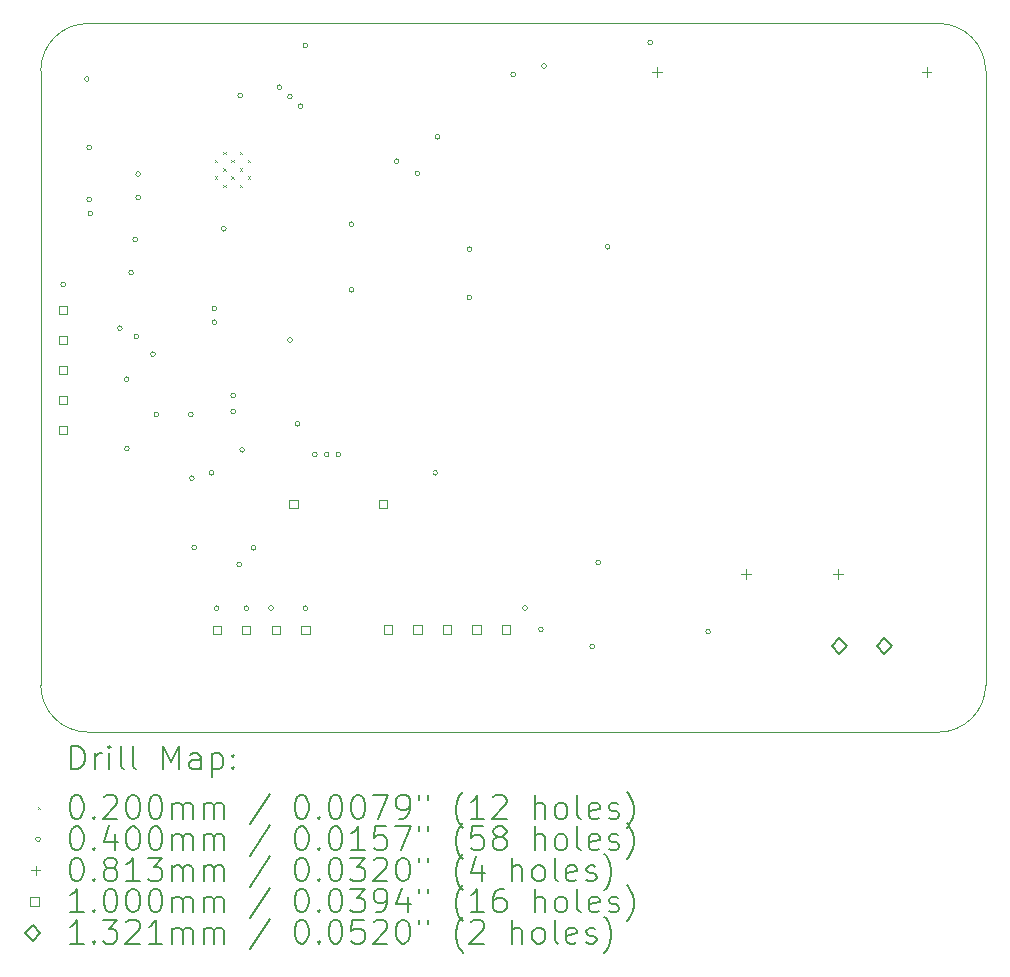
<source format=gbr>
%TF.GenerationSoftware,KiCad,Pcbnew,7.0.11-7.0.11~ubuntu22.04.1*%
%TF.CreationDate,2024-09-13T17:01:46+07:00*%
%TF.ProjectId,scale,7363616c-652e-46b6-9963-61645f706362,rev?*%
%TF.SameCoordinates,Original*%
%TF.FileFunction,Drillmap*%
%TF.FilePolarity,Positive*%
%FSLAX45Y45*%
G04 Gerber Fmt 4.5, Leading zero omitted, Abs format (unit mm)*
G04 Created by KiCad (PCBNEW 7.0.11-7.0.11~ubuntu22.04.1) date 2024-09-13 17:01:46*
%MOMM*%
%LPD*%
G01*
G04 APERTURE LIST*
%ADD10C,0.050000*%
%ADD11C,0.200000*%
%ADD12C,0.100000*%
%ADD13C,0.132080*%
G04 APERTURE END LIST*
D10*
X0Y-5600000D02*
X0Y-400000D01*
X0Y-5600000D02*
G75*
G03*
X400000Y-6000000I400000J0D01*
G01*
X7600000Y-6000000D02*
G75*
G03*
X8000000Y-5600000I0J400000D01*
G01*
X400000Y0D02*
X7600000Y0D01*
X8000000Y-400000D02*
X8000000Y-5600000D01*
X8000000Y-400000D02*
G75*
G03*
X7600000Y0I-400000J0D01*
G01*
X7600000Y-6000000D02*
X400000Y-6000000D01*
X400000Y0D02*
G75*
G03*
X0Y-400000I0J-400000D01*
G01*
D11*
D12*
X1475000Y-1155500D02*
X1495000Y-1175500D01*
X1495000Y-1155500D02*
X1475000Y-1175500D01*
X1475000Y-1295500D02*
X1495000Y-1315500D01*
X1495000Y-1295500D02*
X1475000Y-1315500D01*
X1545000Y-1085500D02*
X1565000Y-1105500D01*
X1565000Y-1085500D02*
X1545000Y-1105500D01*
X1545000Y-1225500D02*
X1565000Y-1245500D01*
X1565000Y-1225500D02*
X1545000Y-1245500D01*
X1545000Y-1365500D02*
X1565000Y-1385500D01*
X1565000Y-1365500D02*
X1545000Y-1385500D01*
X1615000Y-1155500D02*
X1635000Y-1175500D01*
X1635000Y-1155500D02*
X1615000Y-1175500D01*
X1615000Y-1295500D02*
X1635000Y-1315500D01*
X1635000Y-1295500D02*
X1615000Y-1315500D01*
X1685000Y-1085500D02*
X1705000Y-1105500D01*
X1705000Y-1085500D02*
X1685000Y-1105500D01*
X1685000Y-1225500D02*
X1705000Y-1245500D01*
X1705000Y-1225500D02*
X1685000Y-1245500D01*
X1685000Y-1365500D02*
X1705000Y-1385500D01*
X1705000Y-1365500D02*
X1685000Y-1385500D01*
X1755000Y-1155500D02*
X1775000Y-1175500D01*
X1775000Y-1155500D02*
X1755000Y-1175500D01*
X1755000Y-1295500D02*
X1775000Y-1315500D01*
X1775000Y-1295500D02*
X1755000Y-1315500D01*
X210000Y-2210000D02*
G75*
G03*
X170000Y-2210000I-20000J0D01*
G01*
X170000Y-2210000D02*
G75*
G03*
X210000Y-2210000I20000J0D01*
G01*
X410000Y-470000D02*
G75*
G03*
X370000Y-470000I-20000J0D01*
G01*
X370000Y-470000D02*
G75*
G03*
X410000Y-470000I20000J0D01*
G01*
X430000Y-1050000D02*
G75*
G03*
X390000Y-1050000I-20000J0D01*
G01*
X390000Y-1050000D02*
G75*
G03*
X430000Y-1050000I20000J0D01*
G01*
X430000Y-1490000D02*
G75*
G03*
X390000Y-1490000I-20000J0D01*
G01*
X390000Y-1490000D02*
G75*
G03*
X430000Y-1490000I20000J0D01*
G01*
X440000Y-1610000D02*
G75*
G03*
X400000Y-1610000I-20000J0D01*
G01*
X400000Y-1610000D02*
G75*
G03*
X440000Y-1610000I20000J0D01*
G01*
X690000Y-2580000D02*
G75*
G03*
X650000Y-2580000I-20000J0D01*
G01*
X650000Y-2580000D02*
G75*
G03*
X690000Y-2580000I20000J0D01*
G01*
X747500Y-3012500D02*
G75*
G03*
X707500Y-3012500I-20000J0D01*
G01*
X707500Y-3012500D02*
G75*
G03*
X747500Y-3012500I20000J0D01*
G01*
X750000Y-3600000D02*
G75*
G03*
X710000Y-3600000I-20000J0D01*
G01*
X710000Y-3600000D02*
G75*
G03*
X750000Y-3600000I20000J0D01*
G01*
X785000Y-2110000D02*
G75*
G03*
X745000Y-2110000I-20000J0D01*
G01*
X745000Y-2110000D02*
G75*
G03*
X785000Y-2110000I20000J0D01*
G01*
X820000Y-1830000D02*
G75*
G03*
X780000Y-1830000I-20000J0D01*
G01*
X780000Y-1830000D02*
G75*
G03*
X820000Y-1830000I20000J0D01*
G01*
X830000Y-2650000D02*
G75*
G03*
X790000Y-2650000I-20000J0D01*
G01*
X790000Y-2650000D02*
G75*
G03*
X830000Y-2650000I20000J0D01*
G01*
X845000Y-1275000D02*
G75*
G03*
X805000Y-1275000I-20000J0D01*
G01*
X805000Y-1275000D02*
G75*
G03*
X845000Y-1275000I20000J0D01*
G01*
X845000Y-1475000D02*
G75*
G03*
X805000Y-1475000I-20000J0D01*
G01*
X805000Y-1475000D02*
G75*
G03*
X845000Y-1475000I20000J0D01*
G01*
X970000Y-2800000D02*
G75*
G03*
X930000Y-2800000I-20000J0D01*
G01*
X930000Y-2800000D02*
G75*
G03*
X970000Y-2800000I20000J0D01*
G01*
X1000000Y-3310000D02*
G75*
G03*
X960000Y-3310000I-20000J0D01*
G01*
X960000Y-3310000D02*
G75*
G03*
X1000000Y-3310000I20000J0D01*
G01*
X1290000Y-3310000D02*
G75*
G03*
X1250000Y-3310000I-20000J0D01*
G01*
X1250000Y-3310000D02*
G75*
G03*
X1290000Y-3310000I20000J0D01*
G01*
X1300000Y-3850000D02*
G75*
G03*
X1260000Y-3850000I-20000J0D01*
G01*
X1260000Y-3850000D02*
G75*
G03*
X1300000Y-3850000I20000J0D01*
G01*
X1320000Y-4435000D02*
G75*
G03*
X1280000Y-4435000I-20000J0D01*
G01*
X1280000Y-4435000D02*
G75*
G03*
X1320000Y-4435000I20000J0D01*
G01*
X1465000Y-3805000D02*
G75*
G03*
X1425000Y-3805000I-20000J0D01*
G01*
X1425000Y-3805000D02*
G75*
G03*
X1465000Y-3805000I20000J0D01*
G01*
X1490000Y-2412700D02*
G75*
G03*
X1450000Y-2412700I-20000J0D01*
G01*
X1450000Y-2412700D02*
G75*
G03*
X1490000Y-2412700I20000J0D01*
G01*
X1490000Y-2530000D02*
G75*
G03*
X1450000Y-2530000I-20000J0D01*
G01*
X1450000Y-2530000D02*
G75*
G03*
X1490000Y-2530000I20000J0D01*
G01*
X1510000Y-4950000D02*
G75*
G03*
X1470000Y-4950000I-20000J0D01*
G01*
X1470000Y-4950000D02*
G75*
G03*
X1510000Y-4950000I20000J0D01*
G01*
X1570000Y-1738000D02*
G75*
G03*
X1530000Y-1738000I-20000J0D01*
G01*
X1530000Y-1738000D02*
G75*
G03*
X1570000Y-1738000I20000J0D01*
G01*
X1650000Y-3150000D02*
G75*
G03*
X1610000Y-3150000I-20000J0D01*
G01*
X1610000Y-3150000D02*
G75*
G03*
X1650000Y-3150000I20000J0D01*
G01*
X1650000Y-3285000D02*
G75*
G03*
X1610000Y-3285000I-20000J0D01*
G01*
X1610000Y-3285000D02*
G75*
G03*
X1650000Y-3285000I20000J0D01*
G01*
X1700000Y-4580000D02*
G75*
G03*
X1660000Y-4580000I-20000J0D01*
G01*
X1660000Y-4580000D02*
G75*
G03*
X1700000Y-4580000I20000J0D01*
G01*
X1710000Y-610000D02*
G75*
G03*
X1670000Y-610000I-20000J0D01*
G01*
X1670000Y-610000D02*
G75*
G03*
X1710000Y-610000I20000J0D01*
G01*
X1725000Y-3610000D02*
G75*
G03*
X1685000Y-3610000I-20000J0D01*
G01*
X1685000Y-3610000D02*
G75*
G03*
X1725000Y-3610000I20000J0D01*
G01*
X1760000Y-4950000D02*
G75*
G03*
X1720000Y-4950000I-20000J0D01*
G01*
X1720000Y-4950000D02*
G75*
G03*
X1760000Y-4950000I20000J0D01*
G01*
X1820000Y-4440000D02*
G75*
G03*
X1780000Y-4440000I-20000J0D01*
G01*
X1780000Y-4440000D02*
G75*
G03*
X1820000Y-4440000I20000J0D01*
G01*
X1970000Y-4950000D02*
G75*
G03*
X1930000Y-4950000I-20000J0D01*
G01*
X1930000Y-4950000D02*
G75*
G03*
X1970000Y-4950000I20000J0D01*
G01*
X2040000Y-540000D02*
G75*
G03*
X2000000Y-540000I-20000J0D01*
G01*
X2000000Y-540000D02*
G75*
G03*
X2040000Y-540000I20000J0D01*
G01*
X2130000Y-620000D02*
G75*
G03*
X2090000Y-620000I-20000J0D01*
G01*
X2090000Y-620000D02*
G75*
G03*
X2130000Y-620000I20000J0D01*
G01*
X2130000Y-2680000D02*
G75*
G03*
X2090000Y-2680000I-20000J0D01*
G01*
X2090000Y-2680000D02*
G75*
G03*
X2130000Y-2680000I20000J0D01*
G01*
X2195000Y-3390000D02*
G75*
G03*
X2155000Y-3390000I-20000J0D01*
G01*
X2155000Y-3390000D02*
G75*
G03*
X2195000Y-3390000I20000J0D01*
G01*
X2220000Y-700000D02*
G75*
G03*
X2180000Y-700000I-20000J0D01*
G01*
X2180000Y-700000D02*
G75*
G03*
X2220000Y-700000I20000J0D01*
G01*
X2260000Y-185000D02*
G75*
G03*
X2220000Y-185000I-20000J0D01*
G01*
X2220000Y-185000D02*
G75*
G03*
X2260000Y-185000I20000J0D01*
G01*
X2260000Y-4950000D02*
G75*
G03*
X2220000Y-4950000I-20000J0D01*
G01*
X2220000Y-4950000D02*
G75*
G03*
X2260000Y-4950000I20000J0D01*
G01*
X2340000Y-3650000D02*
G75*
G03*
X2300000Y-3650000I-20000J0D01*
G01*
X2300000Y-3650000D02*
G75*
G03*
X2340000Y-3650000I20000J0D01*
G01*
X2440000Y-3650000D02*
G75*
G03*
X2400000Y-3650000I-20000J0D01*
G01*
X2400000Y-3650000D02*
G75*
G03*
X2440000Y-3650000I20000J0D01*
G01*
X2540000Y-3650000D02*
G75*
G03*
X2500000Y-3650000I-20000J0D01*
G01*
X2500000Y-3650000D02*
G75*
G03*
X2540000Y-3650000I20000J0D01*
G01*
X2650000Y-1700000D02*
G75*
G03*
X2610000Y-1700000I-20000J0D01*
G01*
X2610000Y-1700000D02*
G75*
G03*
X2650000Y-1700000I20000J0D01*
G01*
X2650000Y-2255000D02*
G75*
G03*
X2610000Y-2255000I-20000J0D01*
G01*
X2610000Y-2255000D02*
G75*
G03*
X2650000Y-2255000I20000J0D01*
G01*
X3033500Y-1166500D02*
G75*
G03*
X2993500Y-1166500I-20000J0D01*
G01*
X2993500Y-1166500D02*
G75*
G03*
X3033500Y-1166500I20000J0D01*
G01*
X3210000Y-1270000D02*
G75*
G03*
X3170000Y-1270000I-20000J0D01*
G01*
X3170000Y-1270000D02*
G75*
G03*
X3210000Y-1270000I20000J0D01*
G01*
X3360000Y-3805000D02*
G75*
G03*
X3320000Y-3805000I-20000J0D01*
G01*
X3320000Y-3805000D02*
G75*
G03*
X3360000Y-3805000I20000J0D01*
G01*
X3380000Y-960000D02*
G75*
G03*
X3340000Y-960000I-20000J0D01*
G01*
X3340000Y-960000D02*
G75*
G03*
X3380000Y-960000I20000J0D01*
G01*
X3650000Y-1910000D02*
G75*
G03*
X3610000Y-1910000I-20000J0D01*
G01*
X3610000Y-1910000D02*
G75*
G03*
X3650000Y-1910000I20000J0D01*
G01*
X3650000Y-2320000D02*
G75*
G03*
X3610000Y-2320000I-20000J0D01*
G01*
X3610000Y-2320000D02*
G75*
G03*
X3650000Y-2320000I20000J0D01*
G01*
X4020000Y-430000D02*
G75*
G03*
X3980000Y-430000I-20000J0D01*
G01*
X3980000Y-430000D02*
G75*
G03*
X4020000Y-430000I20000J0D01*
G01*
X4120000Y-4950000D02*
G75*
G03*
X4080000Y-4950000I-20000J0D01*
G01*
X4080000Y-4950000D02*
G75*
G03*
X4120000Y-4950000I20000J0D01*
G01*
X4255000Y-5130000D02*
G75*
G03*
X4215000Y-5130000I-20000J0D01*
G01*
X4215000Y-5130000D02*
G75*
G03*
X4255000Y-5130000I20000J0D01*
G01*
X4280000Y-360000D02*
G75*
G03*
X4240000Y-360000I-20000J0D01*
G01*
X4240000Y-360000D02*
G75*
G03*
X4280000Y-360000I20000J0D01*
G01*
X4690000Y-5275000D02*
G75*
G03*
X4650000Y-5275000I-20000J0D01*
G01*
X4650000Y-5275000D02*
G75*
G03*
X4690000Y-5275000I20000J0D01*
G01*
X4740000Y-4565000D02*
G75*
G03*
X4700000Y-4565000I-20000J0D01*
G01*
X4700000Y-4565000D02*
G75*
G03*
X4740000Y-4565000I20000J0D01*
G01*
X4820000Y-1890000D02*
G75*
G03*
X4780000Y-1890000I-20000J0D01*
G01*
X4780000Y-1890000D02*
G75*
G03*
X4820000Y-1890000I20000J0D01*
G01*
X5180000Y-160000D02*
G75*
G03*
X5140000Y-160000I-20000J0D01*
G01*
X5140000Y-160000D02*
G75*
G03*
X5180000Y-160000I20000J0D01*
G01*
X5670000Y-5150000D02*
G75*
G03*
X5630000Y-5150000I-20000J0D01*
G01*
X5630000Y-5150000D02*
G75*
G03*
X5670000Y-5150000I20000J0D01*
G01*
X5220000Y-371020D02*
X5220000Y-452300D01*
X5179360Y-411660D02*
X5260640Y-411660D01*
X5970000Y-4621020D02*
X5970000Y-4702300D01*
X5929360Y-4661660D02*
X6010640Y-4661660D01*
X6750000Y-4621020D02*
X6750000Y-4702300D01*
X6709360Y-4661660D02*
X6790640Y-4661660D01*
X7500000Y-371020D02*
X7500000Y-452300D01*
X7459360Y-411660D02*
X7540640Y-411660D01*
X225356Y-2461356D02*
X225356Y-2390644D01*
X154644Y-2390644D01*
X154644Y-2461356D01*
X225356Y-2461356D01*
X225356Y-2715356D02*
X225356Y-2644644D01*
X154644Y-2644644D01*
X154644Y-2715356D01*
X225356Y-2715356D01*
X225356Y-2969356D02*
X225356Y-2898644D01*
X154644Y-2898644D01*
X154644Y-2969356D01*
X225356Y-2969356D01*
X225356Y-3223356D02*
X225356Y-3152644D01*
X154644Y-3152644D01*
X154644Y-3223356D01*
X225356Y-3223356D01*
X225356Y-3477356D02*
X225356Y-3406644D01*
X154644Y-3406644D01*
X154644Y-3477356D01*
X225356Y-3477356D01*
X1525831Y-5170356D02*
X1525831Y-5099644D01*
X1455119Y-5099644D01*
X1455119Y-5170356D01*
X1525831Y-5170356D01*
X1775831Y-5170356D02*
X1775831Y-5099644D01*
X1705119Y-5099644D01*
X1705119Y-5170356D01*
X1775831Y-5170356D01*
X2025831Y-5170356D02*
X2025831Y-5099644D01*
X1955119Y-5099644D01*
X1955119Y-5170356D01*
X2025831Y-5170356D01*
X2175356Y-4105356D02*
X2175356Y-4034644D01*
X2104644Y-4034644D01*
X2104644Y-4105356D01*
X2175356Y-4105356D01*
X2275831Y-5170356D02*
X2275831Y-5099644D01*
X2205119Y-5099644D01*
X2205119Y-5170356D01*
X2275831Y-5170356D01*
X2935356Y-4105356D02*
X2935356Y-4034644D01*
X2864644Y-4034644D01*
X2864644Y-4105356D01*
X2935356Y-4105356D01*
X2975356Y-5166606D02*
X2975356Y-5095894D01*
X2904644Y-5095894D01*
X2904644Y-5166606D01*
X2975356Y-5166606D01*
X3225356Y-5166606D02*
X3225356Y-5095894D01*
X3154644Y-5095894D01*
X3154644Y-5166606D01*
X3225356Y-5166606D01*
X3475356Y-5166606D02*
X3475356Y-5095894D01*
X3404644Y-5095894D01*
X3404644Y-5166606D01*
X3475356Y-5166606D01*
X3725356Y-5166606D02*
X3725356Y-5095894D01*
X3654644Y-5095894D01*
X3654644Y-5166606D01*
X3725356Y-5166606D01*
X3975356Y-5166606D02*
X3975356Y-5095894D01*
X3904644Y-5095894D01*
X3904644Y-5166606D01*
X3975356Y-5166606D01*
D13*
X6762840Y-5336530D02*
X6828880Y-5270490D01*
X6762840Y-5204450D01*
X6696800Y-5270490D01*
X6762840Y-5336530D01*
X7143840Y-5336530D02*
X7209880Y-5270490D01*
X7143840Y-5204450D01*
X7077800Y-5270490D01*
X7143840Y-5336530D01*
D11*
X258277Y-6313984D02*
X258277Y-6113984D01*
X258277Y-6113984D02*
X305896Y-6113984D01*
X305896Y-6113984D02*
X334467Y-6123508D01*
X334467Y-6123508D02*
X353515Y-6142555D01*
X353515Y-6142555D02*
X363039Y-6161603D01*
X363039Y-6161603D02*
X372562Y-6199698D01*
X372562Y-6199698D02*
X372562Y-6228269D01*
X372562Y-6228269D02*
X363039Y-6266365D01*
X363039Y-6266365D02*
X353515Y-6285412D01*
X353515Y-6285412D02*
X334467Y-6304460D01*
X334467Y-6304460D02*
X305896Y-6313984D01*
X305896Y-6313984D02*
X258277Y-6313984D01*
X458277Y-6313984D02*
X458277Y-6180650D01*
X458277Y-6218746D02*
X467801Y-6199698D01*
X467801Y-6199698D02*
X477324Y-6190174D01*
X477324Y-6190174D02*
X496372Y-6180650D01*
X496372Y-6180650D02*
X515420Y-6180650D01*
X582086Y-6313984D02*
X582086Y-6180650D01*
X582086Y-6113984D02*
X572563Y-6123508D01*
X572563Y-6123508D02*
X582086Y-6133031D01*
X582086Y-6133031D02*
X591610Y-6123508D01*
X591610Y-6123508D02*
X582086Y-6113984D01*
X582086Y-6113984D02*
X582086Y-6133031D01*
X705896Y-6313984D02*
X686848Y-6304460D01*
X686848Y-6304460D02*
X677324Y-6285412D01*
X677324Y-6285412D02*
X677324Y-6113984D01*
X810658Y-6313984D02*
X791610Y-6304460D01*
X791610Y-6304460D02*
X782086Y-6285412D01*
X782086Y-6285412D02*
X782086Y-6113984D01*
X1039229Y-6313984D02*
X1039229Y-6113984D01*
X1039229Y-6113984D02*
X1105896Y-6256841D01*
X1105896Y-6256841D02*
X1172563Y-6113984D01*
X1172563Y-6113984D02*
X1172563Y-6313984D01*
X1353515Y-6313984D02*
X1353515Y-6209222D01*
X1353515Y-6209222D02*
X1343991Y-6190174D01*
X1343991Y-6190174D02*
X1324944Y-6180650D01*
X1324944Y-6180650D02*
X1286848Y-6180650D01*
X1286848Y-6180650D02*
X1267801Y-6190174D01*
X1353515Y-6304460D02*
X1334467Y-6313984D01*
X1334467Y-6313984D02*
X1286848Y-6313984D01*
X1286848Y-6313984D02*
X1267801Y-6304460D01*
X1267801Y-6304460D02*
X1258277Y-6285412D01*
X1258277Y-6285412D02*
X1258277Y-6266365D01*
X1258277Y-6266365D02*
X1267801Y-6247317D01*
X1267801Y-6247317D02*
X1286848Y-6237793D01*
X1286848Y-6237793D02*
X1334467Y-6237793D01*
X1334467Y-6237793D02*
X1353515Y-6228269D01*
X1448753Y-6180650D02*
X1448753Y-6380650D01*
X1448753Y-6190174D02*
X1467801Y-6180650D01*
X1467801Y-6180650D02*
X1505896Y-6180650D01*
X1505896Y-6180650D02*
X1524943Y-6190174D01*
X1524943Y-6190174D02*
X1534467Y-6199698D01*
X1534467Y-6199698D02*
X1543991Y-6218746D01*
X1543991Y-6218746D02*
X1543991Y-6275888D01*
X1543991Y-6275888D02*
X1534467Y-6294936D01*
X1534467Y-6294936D02*
X1524943Y-6304460D01*
X1524943Y-6304460D02*
X1505896Y-6313984D01*
X1505896Y-6313984D02*
X1467801Y-6313984D01*
X1467801Y-6313984D02*
X1448753Y-6304460D01*
X1629705Y-6294936D02*
X1639229Y-6304460D01*
X1639229Y-6304460D02*
X1629705Y-6313984D01*
X1629705Y-6313984D02*
X1620182Y-6304460D01*
X1620182Y-6304460D02*
X1629705Y-6294936D01*
X1629705Y-6294936D02*
X1629705Y-6313984D01*
X1629705Y-6190174D02*
X1639229Y-6199698D01*
X1639229Y-6199698D02*
X1629705Y-6209222D01*
X1629705Y-6209222D02*
X1620182Y-6199698D01*
X1620182Y-6199698D02*
X1629705Y-6190174D01*
X1629705Y-6190174D02*
X1629705Y-6209222D01*
D12*
X-22500Y-6632500D02*
X-2500Y-6652500D01*
X-2500Y-6632500D02*
X-22500Y-6652500D01*
D11*
X296372Y-6533984D02*
X315420Y-6533984D01*
X315420Y-6533984D02*
X334467Y-6543508D01*
X334467Y-6543508D02*
X343991Y-6553031D01*
X343991Y-6553031D02*
X353515Y-6572079D01*
X353515Y-6572079D02*
X363039Y-6610174D01*
X363039Y-6610174D02*
X363039Y-6657793D01*
X363039Y-6657793D02*
X353515Y-6695888D01*
X353515Y-6695888D02*
X343991Y-6714936D01*
X343991Y-6714936D02*
X334467Y-6724460D01*
X334467Y-6724460D02*
X315420Y-6733984D01*
X315420Y-6733984D02*
X296372Y-6733984D01*
X296372Y-6733984D02*
X277324Y-6724460D01*
X277324Y-6724460D02*
X267801Y-6714936D01*
X267801Y-6714936D02*
X258277Y-6695888D01*
X258277Y-6695888D02*
X248753Y-6657793D01*
X248753Y-6657793D02*
X248753Y-6610174D01*
X248753Y-6610174D02*
X258277Y-6572079D01*
X258277Y-6572079D02*
X267801Y-6553031D01*
X267801Y-6553031D02*
X277324Y-6543508D01*
X277324Y-6543508D02*
X296372Y-6533984D01*
X448753Y-6714936D02*
X458277Y-6724460D01*
X458277Y-6724460D02*
X448753Y-6733984D01*
X448753Y-6733984D02*
X439229Y-6724460D01*
X439229Y-6724460D02*
X448753Y-6714936D01*
X448753Y-6714936D02*
X448753Y-6733984D01*
X534467Y-6553031D02*
X543991Y-6543508D01*
X543991Y-6543508D02*
X563039Y-6533984D01*
X563039Y-6533984D02*
X610658Y-6533984D01*
X610658Y-6533984D02*
X629705Y-6543508D01*
X629705Y-6543508D02*
X639229Y-6553031D01*
X639229Y-6553031D02*
X648753Y-6572079D01*
X648753Y-6572079D02*
X648753Y-6591127D01*
X648753Y-6591127D02*
X639229Y-6619698D01*
X639229Y-6619698D02*
X524944Y-6733984D01*
X524944Y-6733984D02*
X648753Y-6733984D01*
X772562Y-6533984D02*
X791610Y-6533984D01*
X791610Y-6533984D02*
X810658Y-6543508D01*
X810658Y-6543508D02*
X820182Y-6553031D01*
X820182Y-6553031D02*
X829705Y-6572079D01*
X829705Y-6572079D02*
X839229Y-6610174D01*
X839229Y-6610174D02*
X839229Y-6657793D01*
X839229Y-6657793D02*
X829705Y-6695888D01*
X829705Y-6695888D02*
X820182Y-6714936D01*
X820182Y-6714936D02*
X810658Y-6724460D01*
X810658Y-6724460D02*
X791610Y-6733984D01*
X791610Y-6733984D02*
X772562Y-6733984D01*
X772562Y-6733984D02*
X753515Y-6724460D01*
X753515Y-6724460D02*
X743991Y-6714936D01*
X743991Y-6714936D02*
X734467Y-6695888D01*
X734467Y-6695888D02*
X724943Y-6657793D01*
X724943Y-6657793D02*
X724943Y-6610174D01*
X724943Y-6610174D02*
X734467Y-6572079D01*
X734467Y-6572079D02*
X743991Y-6553031D01*
X743991Y-6553031D02*
X753515Y-6543508D01*
X753515Y-6543508D02*
X772562Y-6533984D01*
X963039Y-6533984D02*
X982086Y-6533984D01*
X982086Y-6533984D02*
X1001134Y-6543508D01*
X1001134Y-6543508D02*
X1010658Y-6553031D01*
X1010658Y-6553031D02*
X1020182Y-6572079D01*
X1020182Y-6572079D02*
X1029705Y-6610174D01*
X1029705Y-6610174D02*
X1029705Y-6657793D01*
X1029705Y-6657793D02*
X1020182Y-6695888D01*
X1020182Y-6695888D02*
X1010658Y-6714936D01*
X1010658Y-6714936D02*
X1001134Y-6724460D01*
X1001134Y-6724460D02*
X982086Y-6733984D01*
X982086Y-6733984D02*
X963039Y-6733984D01*
X963039Y-6733984D02*
X943991Y-6724460D01*
X943991Y-6724460D02*
X934467Y-6714936D01*
X934467Y-6714936D02*
X924943Y-6695888D01*
X924943Y-6695888D02*
X915420Y-6657793D01*
X915420Y-6657793D02*
X915420Y-6610174D01*
X915420Y-6610174D02*
X924943Y-6572079D01*
X924943Y-6572079D02*
X934467Y-6553031D01*
X934467Y-6553031D02*
X943991Y-6543508D01*
X943991Y-6543508D02*
X963039Y-6533984D01*
X1115420Y-6733984D02*
X1115420Y-6600650D01*
X1115420Y-6619698D02*
X1124944Y-6610174D01*
X1124944Y-6610174D02*
X1143991Y-6600650D01*
X1143991Y-6600650D02*
X1172563Y-6600650D01*
X1172563Y-6600650D02*
X1191610Y-6610174D01*
X1191610Y-6610174D02*
X1201134Y-6629222D01*
X1201134Y-6629222D02*
X1201134Y-6733984D01*
X1201134Y-6629222D02*
X1210658Y-6610174D01*
X1210658Y-6610174D02*
X1229705Y-6600650D01*
X1229705Y-6600650D02*
X1258277Y-6600650D01*
X1258277Y-6600650D02*
X1277325Y-6610174D01*
X1277325Y-6610174D02*
X1286848Y-6629222D01*
X1286848Y-6629222D02*
X1286848Y-6733984D01*
X1382086Y-6733984D02*
X1382086Y-6600650D01*
X1382086Y-6619698D02*
X1391610Y-6610174D01*
X1391610Y-6610174D02*
X1410658Y-6600650D01*
X1410658Y-6600650D02*
X1439229Y-6600650D01*
X1439229Y-6600650D02*
X1458277Y-6610174D01*
X1458277Y-6610174D02*
X1467801Y-6629222D01*
X1467801Y-6629222D02*
X1467801Y-6733984D01*
X1467801Y-6629222D02*
X1477324Y-6610174D01*
X1477324Y-6610174D02*
X1496372Y-6600650D01*
X1496372Y-6600650D02*
X1524943Y-6600650D01*
X1524943Y-6600650D02*
X1543991Y-6610174D01*
X1543991Y-6610174D02*
X1553515Y-6629222D01*
X1553515Y-6629222D02*
X1553515Y-6733984D01*
X1943991Y-6524460D02*
X1772563Y-6781603D01*
X2201134Y-6533984D02*
X2220182Y-6533984D01*
X2220182Y-6533984D02*
X2239229Y-6543508D01*
X2239229Y-6543508D02*
X2248753Y-6553031D01*
X2248753Y-6553031D02*
X2258277Y-6572079D01*
X2258277Y-6572079D02*
X2267801Y-6610174D01*
X2267801Y-6610174D02*
X2267801Y-6657793D01*
X2267801Y-6657793D02*
X2258277Y-6695888D01*
X2258277Y-6695888D02*
X2248753Y-6714936D01*
X2248753Y-6714936D02*
X2239229Y-6724460D01*
X2239229Y-6724460D02*
X2220182Y-6733984D01*
X2220182Y-6733984D02*
X2201134Y-6733984D01*
X2201134Y-6733984D02*
X2182087Y-6724460D01*
X2182087Y-6724460D02*
X2172563Y-6714936D01*
X2172563Y-6714936D02*
X2163039Y-6695888D01*
X2163039Y-6695888D02*
X2153515Y-6657793D01*
X2153515Y-6657793D02*
X2153515Y-6610174D01*
X2153515Y-6610174D02*
X2163039Y-6572079D01*
X2163039Y-6572079D02*
X2172563Y-6553031D01*
X2172563Y-6553031D02*
X2182087Y-6543508D01*
X2182087Y-6543508D02*
X2201134Y-6533984D01*
X2353515Y-6714936D02*
X2363039Y-6724460D01*
X2363039Y-6724460D02*
X2353515Y-6733984D01*
X2353515Y-6733984D02*
X2343991Y-6724460D01*
X2343991Y-6724460D02*
X2353515Y-6714936D01*
X2353515Y-6714936D02*
X2353515Y-6733984D01*
X2486848Y-6533984D02*
X2505896Y-6533984D01*
X2505896Y-6533984D02*
X2524944Y-6543508D01*
X2524944Y-6543508D02*
X2534468Y-6553031D01*
X2534468Y-6553031D02*
X2543991Y-6572079D01*
X2543991Y-6572079D02*
X2553515Y-6610174D01*
X2553515Y-6610174D02*
X2553515Y-6657793D01*
X2553515Y-6657793D02*
X2543991Y-6695888D01*
X2543991Y-6695888D02*
X2534468Y-6714936D01*
X2534468Y-6714936D02*
X2524944Y-6724460D01*
X2524944Y-6724460D02*
X2505896Y-6733984D01*
X2505896Y-6733984D02*
X2486848Y-6733984D01*
X2486848Y-6733984D02*
X2467801Y-6724460D01*
X2467801Y-6724460D02*
X2458277Y-6714936D01*
X2458277Y-6714936D02*
X2448753Y-6695888D01*
X2448753Y-6695888D02*
X2439229Y-6657793D01*
X2439229Y-6657793D02*
X2439229Y-6610174D01*
X2439229Y-6610174D02*
X2448753Y-6572079D01*
X2448753Y-6572079D02*
X2458277Y-6553031D01*
X2458277Y-6553031D02*
X2467801Y-6543508D01*
X2467801Y-6543508D02*
X2486848Y-6533984D01*
X2677325Y-6533984D02*
X2696372Y-6533984D01*
X2696372Y-6533984D02*
X2715420Y-6543508D01*
X2715420Y-6543508D02*
X2724944Y-6553031D01*
X2724944Y-6553031D02*
X2734468Y-6572079D01*
X2734468Y-6572079D02*
X2743991Y-6610174D01*
X2743991Y-6610174D02*
X2743991Y-6657793D01*
X2743991Y-6657793D02*
X2734468Y-6695888D01*
X2734468Y-6695888D02*
X2724944Y-6714936D01*
X2724944Y-6714936D02*
X2715420Y-6724460D01*
X2715420Y-6724460D02*
X2696372Y-6733984D01*
X2696372Y-6733984D02*
X2677325Y-6733984D01*
X2677325Y-6733984D02*
X2658277Y-6724460D01*
X2658277Y-6724460D02*
X2648753Y-6714936D01*
X2648753Y-6714936D02*
X2639229Y-6695888D01*
X2639229Y-6695888D02*
X2629706Y-6657793D01*
X2629706Y-6657793D02*
X2629706Y-6610174D01*
X2629706Y-6610174D02*
X2639229Y-6572079D01*
X2639229Y-6572079D02*
X2648753Y-6553031D01*
X2648753Y-6553031D02*
X2658277Y-6543508D01*
X2658277Y-6543508D02*
X2677325Y-6533984D01*
X2810658Y-6533984D02*
X2943991Y-6533984D01*
X2943991Y-6533984D02*
X2858277Y-6733984D01*
X3029706Y-6733984D02*
X3067801Y-6733984D01*
X3067801Y-6733984D02*
X3086848Y-6724460D01*
X3086848Y-6724460D02*
X3096372Y-6714936D01*
X3096372Y-6714936D02*
X3115420Y-6686365D01*
X3115420Y-6686365D02*
X3124944Y-6648269D01*
X3124944Y-6648269D02*
X3124944Y-6572079D01*
X3124944Y-6572079D02*
X3115420Y-6553031D01*
X3115420Y-6553031D02*
X3105896Y-6543508D01*
X3105896Y-6543508D02*
X3086848Y-6533984D01*
X3086848Y-6533984D02*
X3048753Y-6533984D01*
X3048753Y-6533984D02*
X3029706Y-6543508D01*
X3029706Y-6543508D02*
X3020182Y-6553031D01*
X3020182Y-6553031D02*
X3010658Y-6572079D01*
X3010658Y-6572079D02*
X3010658Y-6619698D01*
X3010658Y-6619698D02*
X3020182Y-6638746D01*
X3020182Y-6638746D02*
X3029706Y-6648269D01*
X3029706Y-6648269D02*
X3048753Y-6657793D01*
X3048753Y-6657793D02*
X3086848Y-6657793D01*
X3086848Y-6657793D02*
X3105896Y-6648269D01*
X3105896Y-6648269D02*
X3115420Y-6638746D01*
X3115420Y-6638746D02*
X3124944Y-6619698D01*
X3201134Y-6533984D02*
X3201134Y-6572079D01*
X3277325Y-6533984D02*
X3277325Y-6572079D01*
X3572563Y-6810174D02*
X3563039Y-6800650D01*
X3563039Y-6800650D02*
X3543991Y-6772079D01*
X3543991Y-6772079D02*
X3534468Y-6753031D01*
X3534468Y-6753031D02*
X3524944Y-6724460D01*
X3524944Y-6724460D02*
X3515420Y-6676841D01*
X3515420Y-6676841D02*
X3515420Y-6638746D01*
X3515420Y-6638746D02*
X3524944Y-6591127D01*
X3524944Y-6591127D02*
X3534468Y-6562555D01*
X3534468Y-6562555D02*
X3543991Y-6543508D01*
X3543991Y-6543508D02*
X3563039Y-6514936D01*
X3563039Y-6514936D02*
X3572563Y-6505412D01*
X3753515Y-6733984D02*
X3639229Y-6733984D01*
X3696372Y-6733984D02*
X3696372Y-6533984D01*
X3696372Y-6533984D02*
X3677325Y-6562555D01*
X3677325Y-6562555D02*
X3658277Y-6581603D01*
X3658277Y-6581603D02*
X3639229Y-6591127D01*
X3829706Y-6553031D02*
X3839229Y-6543508D01*
X3839229Y-6543508D02*
X3858277Y-6533984D01*
X3858277Y-6533984D02*
X3905896Y-6533984D01*
X3905896Y-6533984D02*
X3924944Y-6543508D01*
X3924944Y-6543508D02*
X3934468Y-6553031D01*
X3934468Y-6553031D02*
X3943991Y-6572079D01*
X3943991Y-6572079D02*
X3943991Y-6591127D01*
X3943991Y-6591127D02*
X3934468Y-6619698D01*
X3934468Y-6619698D02*
X3820182Y-6733984D01*
X3820182Y-6733984D02*
X3943991Y-6733984D01*
X4182087Y-6733984D02*
X4182087Y-6533984D01*
X4267801Y-6733984D02*
X4267801Y-6629222D01*
X4267801Y-6629222D02*
X4258277Y-6610174D01*
X4258277Y-6610174D02*
X4239230Y-6600650D01*
X4239230Y-6600650D02*
X4210658Y-6600650D01*
X4210658Y-6600650D02*
X4191610Y-6610174D01*
X4191610Y-6610174D02*
X4182087Y-6619698D01*
X4391611Y-6733984D02*
X4372563Y-6724460D01*
X4372563Y-6724460D02*
X4363039Y-6714936D01*
X4363039Y-6714936D02*
X4353515Y-6695888D01*
X4353515Y-6695888D02*
X4353515Y-6638746D01*
X4353515Y-6638746D02*
X4363039Y-6619698D01*
X4363039Y-6619698D02*
X4372563Y-6610174D01*
X4372563Y-6610174D02*
X4391611Y-6600650D01*
X4391611Y-6600650D02*
X4420182Y-6600650D01*
X4420182Y-6600650D02*
X4439230Y-6610174D01*
X4439230Y-6610174D02*
X4448753Y-6619698D01*
X4448753Y-6619698D02*
X4458277Y-6638746D01*
X4458277Y-6638746D02*
X4458277Y-6695888D01*
X4458277Y-6695888D02*
X4448753Y-6714936D01*
X4448753Y-6714936D02*
X4439230Y-6724460D01*
X4439230Y-6724460D02*
X4420182Y-6733984D01*
X4420182Y-6733984D02*
X4391611Y-6733984D01*
X4572563Y-6733984D02*
X4553515Y-6724460D01*
X4553515Y-6724460D02*
X4543992Y-6705412D01*
X4543992Y-6705412D02*
X4543992Y-6533984D01*
X4724944Y-6724460D02*
X4705896Y-6733984D01*
X4705896Y-6733984D02*
X4667801Y-6733984D01*
X4667801Y-6733984D02*
X4648753Y-6724460D01*
X4648753Y-6724460D02*
X4639230Y-6705412D01*
X4639230Y-6705412D02*
X4639230Y-6629222D01*
X4639230Y-6629222D02*
X4648753Y-6610174D01*
X4648753Y-6610174D02*
X4667801Y-6600650D01*
X4667801Y-6600650D02*
X4705896Y-6600650D01*
X4705896Y-6600650D02*
X4724944Y-6610174D01*
X4724944Y-6610174D02*
X4734468Y-6629222D01*
X4734468Y-6629222D02*
X4734468Y-6648269D01*
X4734468Y-6648269D02*
X4639230Y-6667317D01*
X4810658Y-6724460D02*
X4829706Y-6733984D01*
X4829706Y-6733984D02*
X4867801Y-6733984D01*
X4867801Y-6733984D02*
X4886849Y-6724460D01*
X4886849Y-6724460D02*
X4896373Y-6705412D01*
X4896373Y-6705412D02*
X4896373Y-6695888D01*
X4896373Y-6695888D02*
X4886849Y-6676841D01*
X4886849Y-6676841D02*
X4867801Y-6667317D01*
X4867801Y-6667317D02*
X4839230Y-6667317D01*
X4839230Y-6667317D02*
X4820182Y-6657793D01*
X4820182Y-6657793D02*
X4810658Y-6638746D01*
X4810658Y-6638746D02*
X4810658Y-6629222D01*
X4810658Y-6629222D02*
X4820182Y-6610174D01*
X4820182Y-6610174D02*
X4839230Y-6600650D01*
X4839230Y-6600650D02*
X4867801Y-6600650D01*
X4867801Y-6600650D02*
X4886849Y-6610174D01*
X4963039Y-6810174D02*
X4972563Y-6800650D01*
X4972563Y-6800650D02*
X4991611Y-6772079D01*
X4991611Y-6772079D02*
X5001134Y-6753031D01*
X5001134Y-6753031D02*
X5010658Y-6724460D01*
X5010658Y-6724460D02*
X5020182Y-6676841D01*
X5020182Y-6676841D02*
X5020182Y-6638746D01*
X5020182Y-6638746D02*
X5010658Y-6591127D01*
X5010658Y-6591127D02*
X5001134Y-6562555D01*
X5001134Y-6562555D02*
X4991611Y-6543508D01*
X4991611Y-6543508D02*
X4972563Y-6514936D01*
X4972563Y-6514936D02*
X4963039Y-6505412D01*
D12*
X-2500Y-6906500D02*
G75*
G03*
X-42500Y-6906500I-20000J0D01*
G01*
X-42500Y-6906500D02*
G75*
G03*
X-2500Y-6906500I20000J0D01*
G01*
D11*
X296372Y-6797984D02*
X315420Y-6797984D01*
X315420Y-6797984D02*
X334467Y-6807508D01*
X334467Y-6807508D02*
X343991Y-6817031D01*
X343991Y-6817031D02*
X353515Y-6836079D01*
X353515Y-6836079D02*
X363039Y-6874174D01*
X363039Y-6874174D02*
X363039Y-6921793D01*
X363039Y-6921793D02*
X353515Y-6959888D01*
X353515Y-6959888D02*
X343991Y-6978936D01*
X343991Y-6978936D02*
X334467Y-6988460D01*
X334467Y-6988460D02*
X315420Y-6997984D01*
X315420Y-6997984D02*
X296372Y-6997984D01*
X296372Y-6997984D02*
X277324Y-6988460D01*
X277324Y-6988460D02*
X267801Y-6978936D01*
X267801Y-6978936D02*
X258277Y-6959888D01*
X258277Y-6959888D02*
X248753Y-6921793D01*
X248753Y-6921793D02*
X248753Y-6874174D01*
X248753Y-6874174D02*
X258277Y-6836079D01*
X258277Y-6836079D02*
X267801Y-6817031D01*
X267801Y-6817031D02*
X277324Y-6807508D01*
X277324Y-6807508D02*
X296372Y-6797984D01*
X448753Y-6978936D02*
X458277Y-6988460D01*
X458277Y-6988460D02*
X448753Y-6997984D01*
X448753Y-6997984D02*
X439229Y-6988460D01*
X439229Y-6988460D02*
X448753Y-6978936D01*
X448753Y-6978936D02*
X448753Y-6997984D01*
X629705Y-6864650D02*
X629705Y-6997984D01*
X582086Y-6788460D02*
X534467Y-6931317D01*
X534467Y-6931317D02*
X658277Y-6931317D01*
X772562Y-6797984D02*
X791610Y-6797984D01*
X791610Y-6797984D02*
X810658Y-6807508D01*
X810658Y-6807508D02*
X820182Y-6817031D01*
X820182Y-6817031D02*
X829705Y-6836079D01*
X829705Y-6836079D02*
X839229Y-6874174D01*
X839229Y-6874174D02*
X839229Y-6921793D01*
X839229Y-6921793D02*
X829705Y-6959888D01*
X829705Y-6959888D02*
X820182Y-6978936D01*
X820182Y-6978936D02*
X810658Y-6988460D01*
X810658Y-6988460D02*
X791610Y-6997984D01*
X791610Y-6997984D02*
X772562Y-6997984D01*
X772562Y-6997984D02*
X753515Y-6988460D01*
X753515Y-6988460D02*
X743991Y-6978936D01*
X743991Y-6978936D02*
X734467Y-6959888D01*
X734467Y-6959888D02*
X724943Y-6921793D01*
X724943Y-6921793D02*
X724943Y-6874174D01*
X724943Y-6874174D02*
X734467Y-6836079D01*
X734467Y-6836079D02*
X743991Y-6817031D01*
X743991Y-6817031D02*
X753515Y-6807508D01*
X753515Y-6807508D02*
X772562Y-6797984D01*
X963039Y-6797984D02*
X982086Y-6797984D01*
X982086Y-6797984D02*
X1001134Y-6807508D01*
X1001134Y-6807508D02*
X1010658Y-6817031D01*
X1010658Y-6817031D02*
X1020182Y-6836079D01*
X1020182Y-6836079D02*
X1029705Y-6874174D01*
X1029705Y-6874174D02*
X1029705Y-6921793D01*
X1029705Y-6921793D02*
X1020182Y-6959888D01*
X1020182Y-6959888D02*
X1010658Y-6978936D01*
X1010658Y-6978936D02*
X1001134Y-6988460D01*
X1001134Y-6988460D02*
X982086Y-6997984D01*
X982086Y-6997984D02*
X963039Y-6997984D01*
X963039Y-6997984D02*
X943991Y-6988460D01*
X943991Y-6988460D02*
X934467Y-6978936D01*
X934467Y-6978936D02*
X924943Y-6959888D01*
X924943Y-6959888D02*
X915420Y-6921793D01*
X915420Y-6921793D02*
X915420Y-6874174D01*
X915420Y-6874174D02*
X924943Y-6836079D01*
X924943Y-6836079D02*
X934467Y-6817031D01*
X934467Y-6817031D02*
X943991Y-6807508D01*
X943991Y-6807508D02*
X963039Y-6797984D01*
X1115420Y-6997984D02*
X1115420Y-6864650D01*
X1115420Y-6883698D02*
X1124944Y-6874174D01*
X1124944Y-6874174D02*
X1143991Y-6864650D01*
X1143991Y-6864650D02*
X1172563Y-6864650D01*
X1172563Y-6864650D02*
X1191610Y-6874174D01*
X1191610Y-6874174D02*
X1201134Y-6893222D01*
X1201134Y-6893222D02*
X1201134Y-6997984D01*
X1201134Y-6893222D02*
X1210658Y-6874174D01*
X1210658Y-6874174D02*
X1229705Y-6864650D01*
X1229705Y-6864650D02*
X1258277Y-6864650D01*
X1258277Y-6864650D02*
X1277325Y-6874174D01*
X1277325Y-6874174D02*
X1286848Y-6893222D01*
X1286848Y-6893222D02*
X1286848Y-6997984D01*
X1382086Y-6997984D02*
X1382086Y-6864650D01*
X1382086Y-6883698D02*
X1391610Y-6874174D01*
X1391610Y-6874174D02*
X1410658Y-6864650D01*
X1410658Y-6864650D02*
X1439229Y-6864650D01*
X1439229Y-6864650D02*
X1458277Y-6874174D01*
X1458277Y-6874174D02*
X1467801Y-6893222D01*
X1467801Y-6893222D02*
X1467801Y-6997984D01*
X1467801Y-6893222D02*
X1477324Y-6874174D01*
X1477324Y-6874174D02*
X1496372Y-6864650D01*
X1496372Y-6864650D02*
X1524943Y-6864650D01*
X1524943Y-6864650D02*
X1543991Y-6874174D01*
X1543991Y-6874174D02*
X1553515Y-6893222D01*
X1553515Y-6893222D02*
X1553515Y-6997984D01*
X1943991Y-6788460D02*
X1772563Y-7045603D01*
X2201134Y-6797984D02*
X2220182Y-6797984D01*
X2220182Y-6797984D02*
X2239229Y-6807508D01*
X2239229Y-6807508D02*
X2248753Y-6817031D01*
X2248753Y-6817031D02*
X2258277Y-6836079D01*
X2258277Y-6836079D02*
X2267801Y-6874174D01*
X2267801Y-6874174D02*
X2267801Y-6921793D01*
X2267801Y-6921793D02*
X2258277Y-6959888D01*
X2258277Y-6959888D02*
X2248753Y-6978936D01*
X2248753Y-6978936D02*
X2239229Y-6988460D01*
X2239229Y-6988460D02*
X2220182Y-6997984D01*
X2220182Y-6997984D02*
X2201134Y-6997984D01*
X2201134Y-6997984D02*
X2182087Y-6988460D01*
X2182087Y-6988460D02*
X2172563Y-6978936D01*
X2172563Y-6978936D02*
X2163039Y-6959888D01*
X2163039Y-6959888D02*
X2153515Y-6921793D01*
X2153515Y-6921793D02*
X2153515Y-6874174D01*
X2153515Y-6874174D02*
X2163039Y-6836079D01*
X2163039Y-6836079D02*
X2172563Y-6817031D01*
X2172563Y-6817031D02*
X2182087Y-6807508D01*
X2182087Y-6807508D02*
X2201134Y-6797984D01*
X2353515Y-6978936D02*
X2363039Y-6988460D01*
X2363039Y-6988460D02*
X2353515Y-6997984D01*
X2353515Y-6997984D02*
X2343991Y-6988460D01*
X2343991Y-6988460D02*
X2353515Y-6978936D01*
X2353515Y-6978936D02*
X2353515Y-6997984D01*
X2486848Y-6797984D02*
X2505896Y-6797984D01*
X2505896Y-6797984D02*
X2524944Y-6807508D01*
X2524944Y-6807508D02*
X2534468Y-6817031D01*
X2534468Y-6817031D02*
X2543991Y-6836079D01*
X2543991Y-6836079D02*
X2553515Y-6874174D01*
X2553515Y-6874174D02*
X2553515Y-6921793D01*
X2553515Y-6921793D02*
X2543991Y-6959888D01*
X2543991Y-6959888D02*
X2534468Y-6978936D01*
X2534468Y-6978936D02*
X2524944Y-6988460D01*
X2524944Y-6988460D02*
X2505896Y-6997984D01*
X2505896Y-6997984D02*
X2486848Y-6997984D01*
X2486848Y-6997984D02*
X2467801Y-6988460D01*
X2467801Y-6988460D02*
X2458277Y-6978936D01*
X2458277Y-6978936D02*
X2448753Y-6959888D01*
X2448753Y-6959888D02*
X2439229Y-6921793D01*
X2439229Y-6921793D02*
X2439229Y-6874174D01*
X2439229Y-6874174D02*
X2448753Y-6836079D01*
X2448753Y-6836079D02*
X2458277Y-6817031D01*
X2458277Y-6817031D02*
X2467801Y-6807508D01*
X2467801Y-6807508D02*
X2486848Y-6797984D01*
X2743991Y-6997984D02*
X2629706Y-6997984D01*
X2686848Y-6997984D02*
X2686848Y-6797984D01*
X2686848Y-6797984D02*
X2667801Y-6826555D01*
X2667801Y-6826555D02*
X2648753Y-6845603D01*
X2648753Y-6845603D02*
X2629706Y-6855127D01*
X2924944Y-6797984D02*
X2829706Y-6797984D01*
X2829706Y-6797984D02*
X2820182Y-6893222D01*
X2820182Y-6893222D02*
X2829706Y-6883698D01*
X2829706Y-6883698D02*
X2848753Y-6874174D01*
X2848753Y-6874174D02*
X2896372Y-6874174D01*
X2896372Y-6874174D02*
X2915420Y-6883698D01*
X2915420Y-6883698D02*
X2924944Y-6893222D01*
X2924944Y-6893222D02*
X2934467Y-6912269D01*
X2934467Y-6912269D02*
X2934467Y-6959888D01*
X2934467Y-6959888D02*
X2924944Y-6978936D01*
X2924944Y-6978936D02*
X2915420Y-6988460D01*
X2915420Y-6988460D02*
X2896372Y-6997984D01*
X2896372Y-6997984D02*
X2848753Y-6997984D01*
X2848753Y-6997984D02*
X2829706Y-6988460D01*
X2829706Y-6988460D02*
X2820182Y-6978936D01*
X3001134Y-6797984D02*
X3134467Y-6797984D01*
X3134467Y-6797984D02*
X3048753Y-6997984D01*
X3201134Y-6797984D02*
X3201134Y-6836079D01*
X3277325Y-6797984D02*
X3277325Y-6836079D01*
X3572563Y-7074174D02*
X3563039Y-7064650D01*
X3563039Y-7064650D02*
X3543991Y-7036079D01*
X3543991Y-7036079D02*
X3534468Y-7017031D01*
X3534468Y-7017031D02*
X3524944Y-6988460D01*
X3524944Y-6988460D02*
X3515420Y-6940841D01*
X3515420Y-6940841D02*
X3515420Y-6902746D01*
X3515420Y-6902746D02*
X3524944Y-6855127D01*
X3524944Y-6855127D02*
X3534468Y-6826555D01*
X3534468Y-6826555D02*
X3543991Y-6807508D01*
X3543991Y-6807508D02*
X3563039Y-6778936D01*
X3563039Y-6778936D02*
X3572563Y-6769412D01*
X3743991Y-6797984D02*
X3648753Y-6797984D01*
X3648753Y-6797984D02*
X3639229Y-6893222D01*
X3639229Y-6893222D02*
X3648753Y-6883698D01*
X3648753Y-6883698D02*
X3667801Y-6874174D01*
X3667801Y-6874174D02*
X3715420Y-6874174D01*
X3715420Y-6874174D02*
X3734468Y-6883698D01*
X3734468Y-6883698D02*
X3743991Y-6893222D01*
X3743991Y-6893222D02*
X3753515Y-6912269D01*
X3753515Y-6912269D02*
X3753515Y-6959888D01*
X3753515Y-6959888D02*
X3743991Y-6978936D01*
X3743991Y-6978936D02*
X3734468Y-6988460D01*
X3734468Y-6988460D02*
X3715420Y-6997984D01*
X3715420Y-6997984D02*
X3667801Y-6997984D01*
X3667801Y-6997984D02*
X3648753Y-6988460D01*
X3648753Y-6988460D02*
X3639229Y-6978936D01*
X3867801Y-6883698D02*
X3848753Y-6874174D01*
X3848753Y-6874174D02*
X3839229Y-6864650D01*
X3839229Y-6864650D02*
X3829706Y-6845603D01*
X3829706Y-6845603D02*
X3829706Y-6836079D01*
X3829706Y-6836079D02*
X3839229Y-6817031D01*
X3839229Y-6817031D02*
X3848753Y-6807508D01*
X3848753Y-6807508D02*
X3867801Y-6797984D01*
X3867801Y-6797984D02*
X3905896Y-6797984D01*
X3905896Y-6797984D02*
X3924944Y-6807508D01*
X3924944Y-6807508D02*
X3934468Y-6817031D01*
X3934468Y-6817031D02*
X3943991Y-6836079D01*
X3943991Y-6836079D02*
X3943991Y-6845603D01*
X3943991Y-6845603D02*
X3934468Y-6864650D01*
X3934468Y-6864650D02*
X3924944Y-6874174D01*
X3924944Y-6874174D02*
X3905896Y-6883698D01*
X3905896Y-6883698D02*
X3867801Y-6883698D01*
X3867801Y-6883698D02*
X3848753Y-6893222D01*
X3848753Y-6893222D02*
X3839229Y-6902746D01*
X3839229Y-6902746D02*
X3829706Y-6921793D01*
X3829706Y-6921793D02*
X3829706Y-6959888D01*
X3829706Y-6959888D02*
X3839229Y-6978936D01*
X3839229Y-6978936D02*
X3848753Y-6988460D01*
X3848753Y-6988460D02*
X3867801Y-6997984D01*
X3867801Y-6997984D02*
X3905896Y-6997984D01*
X3905896Y-6997984D02*
X3924944Y-6988460D01*
X3924944Y-6988460D02*
X3934468Y-6978936D01*
X3934468Y-6978936D02*
X3943991Y-6959888D01*
X3943991Y-6959888D02*
X3943991Y-6921793D01*
X3943991Y-6921793D02*
X3934468Y-6902746D01*
X3934468Y-6902746D02*
X3924944Y-6893222D01*
X3924944Y-6893222D02*
X3905896Y-6883698D01*
X4182087Y-6997984D02*
X4182087Y-6797984D01*
X4267801Y-6997984D02*
X4267801Y-6893222D01*
X4267801Y-6893222D02*
X4258277Y-6874174D01*
X4258277Y-6874174D02*
X4239230Y-6864650D01*
X4239230Y-6864650D02*
X4210658Y-6864650D01*
X4210658Y-6864650D02*
X4191610Y-6874174D01*
X4191610Y-6874174D02*
X4182087Y-6883698D01*
X4391611Y-6997984D02*
X4372563Y-6988460D01*
X4372563Y-6988460D02*
X4363039Y-6978936D01*
X4363039Y-6978936D02*
X4353515Y-6959888D01*
X4353515Y-6959888D02*
X4353515Y-6902746D01*
X4353515Y-6902746D02*
X4363039Y-6883698D01*
X4363039Y-6883698D02*
X4372563Y-6874174D01*
X4372563Y-6874174D02*
X4391611Y-6864650D01*
X4391611Y-6864650D02*
X4420182Y-6864650D01*
X4420182Y-6864650D02*
X4439230Y-6874174D01*
X4439230Y-6874174D02*
X4448753Y-6883698D01*
X4448753Y-6883698D02*
X4458277Y-6902746D01*
X4458277Y-6902746D02*
X4458277Y-6959888D01*
X4458277Y-6959888D02*
X4448753Y-6978936D01*
X4448753Y-6978936D02*
X4439230Y-6988460D01*
X4439230Y-6988460D02*
X4420182Y-6997984D01*
X4420182Y-6997984D02*
X4391611Y-6997984D01*
X4572563Y-6997984D02*
X4553515Y-6988460D01*
X4553515Y-6988460D02*
X4543992Y-6969412D01*
X4543992Y-6969412D02*
X4543992Y-6797984D01*
X4724944Y-6988460D02*
X4705896Y-6997984D01*
X4705896Y-6997984D02*
X4667801Y-6997984D01*
X4667801Y-6997984D02*
X4648753Y-6988460D01*
X4648753Y-6988460D02*
X4639230Y-6969412D01*
X4639230Y-6969412D02*
X4639230Y-6893222D01*
X4639230Y-6893222D02*
X4648753Y-6874174D01*
X4648753Y-6874174D02*
X4667801Y-6864650D01*
X4667801Y-6864650D02*
X4705896Y-6864650D01*
X4705896Y-6864650D02*
X4724944Y-6874174D01*
X4724944Y-6874174D02*
X4734468Y-6893222D01*
X4734468Y-6893222D02*
X4734468Y-6912269D01*
X4734468Y-6912269D02*
X4639230Y-6931317D01*
X4810658Y-6988460D02*
X4829706Y-6997984D01*
X4829706Y-6997984D02*
X4867801Y-6997984D01*
X4867801Y-6997984D02*
X4886849Y-6988460D01*
X4886849Y-6988460D02*
X4896373Y-6969412D01*
X4896373Y-6969412D02*
X4896373Y-6959888D01*
X4896373Y-6959888D02*
X4886849Y-6940841D01*
X4886849Y-6940841D02*
X4867801Y-6931317D01*
X4867801Y-6931317D02*
X4839230Y-6931317D01*
X4839230Y-6931317D02*
X4820182Y-6921793D01*
X4820182Y-6921793D02*
X4810658Y-6902746D01*
X4810658Y-6902746D02*
X4810658Y-6893222D01*
X4810658Y-6893222D02*
X4820182Y-6874174D01*
X4820182Y-6874174D02*
X4839230Y-6864650D01*
X4839230Y-6864650D02*
X4867801Y-6864650D01*
X4867801Y-6864650D02*
X4886849Y-6874174D01*
X4963039Y-7074174D02*
X4972563Y-7064650D01*
X4972563Y-7064650D02*
X4991611Y-7036079D01*
X4991611Y-7036079D02*
X5001134Y-7017031D01*
X5001134Y-7017031D02*
X5010658Y-6988460D01*
X5010658Y-6988460D02*
X5020182Y-6940841D01*
X5020182Y-6940841D02*
X5020182Y-6902746D01*
X5020182Y-6902746D02*
X5010658Y-6855127D01*
X5010658Y-6855127D02*
X5001134Y-6826555D01*
X5001134Y-6826555D02*
X4991611Y-6807508D01*
X4991611Y-6807508D02*
X4972563Y-6778936D01*
X4972563Y-6778936D02*
X4963039Y-6769412D01*
D12*
X-43140Y-7129860D02*
X-43140Y-7211140D01*
X-83780Y-7170500D02*
X-2500Y-7170500D01*
D11*
X296372Y-7061984D02*
X315420Y-7061984D01*
X315420Y-7061984D02*
X334467Y-7071508D01*
X334467Y-7071508D02*
X343991Y-7081031D01*
X343991Y-7081031D02*
X353515Y-7100079D01*
X353515Y-7100079D02*
X363039Y-7138174D01*
X363039Y-7138174D02*
X363039Y-7185793D01*
X363039Y-7185793D02*
X353515Y-7223888D01*
X353515Y-7223888D02*
X343991Y-7242936D01*
X343991Y-7242936D02*
X334467Y-7252460D01*
X334467Y-7252460D02*
X315420Y-7261984D01*
X315420Y-7261984D02*
X296372Y-7261984D01*
X296372Y-7261984D02*
X277324Y-7252460D01*
X277324Y-7252460D02*
X267801Y-7242936D01*
X267801Y-7242936D02*
X258277Y-7223888D01*
X258277Y-7223888D02*
X248753Y-7185793D01*
X248753Y-7185793D02*
X248753Y-7138174D01*
X248753Y-7138174D02*
X258277Y-7100079D01*
X258277Y-7100079D02*
X267801Y-7081031D01*
X267801Y-7081031D02*
X277324Y-7071508D01*
X277324Y-7071508D02*
X296372Y-7061984D01*
X448753Y-7242936D02*
X458277Y-7252460D01*
X458277Y-7252460D02*
X448753Y-7261984D01*
X448753Y-7261984D02*
X439229Y-7252460D01*
X439229Y-7252460D02*
X448753Y-7242936D01*
X448753Y-7242936D02*
X448753Y-7261984D01*
X572563Y-7147698D02*
X553515Y-7138174D01*
X553515Y-7138174D02*
X543991Y-7128650D01*
X543991Y-7128650D02*
X534467Y-7109603D01*
X534467Y-7109603D02*
X534467Y-7100079D01*
X534467Y-7100079D02*
X543991Y-7081031D01*
X543991Y-7081031D02*
X553515Y-7071508D01*
X553515Y-7071508D02*
X572563Y-7061984D01*
X572563Y-7061984D02*
X610658Y-7061984D01*
X610658Y-7061984D02*
X629705Y-7071508D01*
X629705Y-7071508D02*
X639229Y-7081031D01*
X639229Y-7081031D02*
X648753Y-7100079D01*
X648753Y-7100079D02*
X648753Y-7109603D01*
X648753Y-7109603D02*
X639229Y-7128650D01*
X639229Y-7128650D02*
X629705Y-7138174D01*
X629705Y-7138174D02*
X610658Y-7147698D01*
X610658Y-7147698D02*
X572563Y-7147698D01*
X572563Y-7147698D02*
X553515Y-7157222D01*
X553515Y-7157222D02*
X543991Y-7166746D01*
X543991Y-7166746D02*
X534467Y-7185793D01*
X534467Y-7185793D02*
X534467Y-7223888D01*
X534467Y-7223888D02*
X543991Y-7242936D01*
X543991Y-7242936D02*
X553515Y-7252460D01*
X553515Y-7252460D02*
X572563Y-7261984D01*
X572563Y-7261984D02*
X610658Y-7261984D01*
X610658Y-7261984D02*
X629705Y-7252460D01*
X629705Y-7252460D02*
X639229Y-7242936D01*
X639229Y-7242936D02*
X648753Y-7223888D01*
X648753Y-7223888D02*
X648753Y-7185793D01*
X648753Y-7185793D02*
X639229Y-7166746D01*
X639229Y-7166746D02*
X629705Y-7157222D01*
X629705Y-7157222D02*
X610658Y-7147698D01*
X839229Y-7261984D02*
X724943Y-7261984D01*
X782086Y-7261984D02*
X782086Y-7061984D01*
X782086Y-7061984D02*
X763039Y-7090555D01*
X763039Y-7090555D02*
X743991Y-7109603D01*
X743991Y-7109603D02*
X724943Y-7119127D01*
X905896Y-7061984D02*
X1029705Y-7061984D01*
X1029705Y-7061984D02*
X963039Y-7138174D01*
X963039Y-7138174D02*
X991610Y-7138174D01*
X991610Y-7138174D02*
X1010658Y-7147698D01*
X1010658Y-7147698D02*
X1020182Y-7157222D01*
X1020182Y-7157222D02*
X1029705Y-7176269D01*
X1029705Y-7176269D02*
X1029705Y-7223888D01*
X1029705Y-7223888D02*
X1020182Y-7242936D01*
X1020182Y-7242936D02*
X1010658Y-7252460D01*
X1010658Y-7252460D02*
X991610Y-7261984D01*
X991610Y-7261984D02*
X934467Y-7261984D01*
X934467Y-7261984D02*
X915420Y-7252460D01*
X915420Y-7252460D02*
X905896Y-7242936D01*
X1115420Y-7261984D02*
X1115420Y-7128650D01*
X1115420Y-7147698D02*
X1124944Y-7138174D01*
X1124944Y-7138174D02*
X1143991Y-7128650D01*
X1143991Y-7128650D02*
X1172563Y-7128650D01*
X1172563Y-7128650D02*
X1191610Y-7138174D01*
X1191610Y-7138174D02*
X1201134Y-7157222D01*
X1201134Y-7157222D02*
X1201134Y-7261984D01*
X1201134Y-7157222D02*
X1210658Y-7138174D01*
X1210658Y-7138174D02*
X1229705Y-7128650D01*
X1229705Y-7128650D02*
X1258277Y-7128650D01*
X1258277Y-7128650D02*
X1277325Y-7138174D01*
X1277325Y-7138174D02*
X1286848Y-7157222D01*
X1286848Y-7157222D02*
X1286848Y-7261984D01*
X1382086Y-7261984D02*
X1382086Y-7128650D01*
X1382086Y-7147698D02*
X1391610Y-7138174D01*
X1391610Y-7138174D02*
X1410658Y-7128650D01*
X1410658Y-7128650D02*
X1439229Y-7128650D01*
X1439229Y-7128650D02*
X1458277Y-7138174D01*
X1458277Y-7138174D02*
X1467801Y-7157222D01*
X1467801Y-7157222D02*
X1467801Y-7261984D01*
X1467801Y-7157222D02*
X1477324Y-7138174D01*
X1477324Y-7138174D02*
X1496372Y-7128650D01*
X1496372Y-7128650D02*
X1524943Y-7128650D01*
X1524943Y-7128650D02*
X1543991Y-7138174D01*
X1543991Y-7138174D02*
X1553515Y-7157222D01*
X1553515Y-7157222D02*
X1553515Y-7261984D01*
X1943991Y-7052460D02*
X1772563Y-7309603D01*
X2201134Y-7061984D02*
X2220182Y-7061984D01*
X2220182Y-7061984D02*
X2239229Y-7071508D01*
X2239229Y-7071508D02*
X2248753Y-7081031D01*
X2248753Y-7081031D02*
X2258277Y-7100079D01*
X2258277Y-7100079D02*
X2267801Y-7138174D01*
X2267801Y-7138174D02*
X2267801Y-7185793D01*
X2267801Y-7185793D02*
X2258277Y-7223888D01*
X2258277Y-7223888D02*
X2248753Y-7242936D01*
X2248753Y-7242936D02*
X2239229Y-7252460D01*
X2239229Y-7252460D02*
X2220182Y-7261984D01*
X2220182Y-7261984D02*
X2201134Y-7261984D01*
X2201134Y-7261984D02*
X2182087Y-7252460D01*
X2182087Y-7252460D02*
X2172563Y-7242936D01*
X2172563Y-7242936D02*
X2163039Y-7223888D01*
X2163039Y-7223888D02*
X2153515Y-7185793D01*
X2153515Y-7185793D02*
X2153515Y-7138174D01*
X2153515Y-7138174D02*
X2163039Y-7100079D01*
X2163039Y-7100079D02*
X2172563Y-7081031D01*
X2172563Y-7081031D02*
X2182087Y-7071508D01*
X2182087Y-7071508D02*
X2201134Y-7061984D01*
X2353515Y-7242936D02*
X2363039Y-7252460D01*
X2363039Y-7252460D02*
X2353515Y-7261984D01*
X2353515Y-7261984D02*
X2343991Y-7252460D01*
X2343991Y-7252460D02*
X2353515Y-7242936D01*
X2353515Y-7242936D02*
X2353515Y-7261984D01*
X2486848Y-7061984D02*
X2505896Y-7061984D01*
X2505896Y-7061984D02*
X2524944Y-7071508D01*
X2524944Y-7071508D02*
X2534468Y-7081031D01*
X2534468Y-7081031D02*
X2543991Y-7100079D01*
X2543991Y-7100079D02*
X2553515Y-7138174D01*
X2553515Y-7138174D02*
X2553515Y-7185793D01*
X2553515Y-7185793D02*
X2543991Y-7223888D01*
X2543991Y-7223888D02*
X2534468Y-7242936D01*
X2534468Y-7242936D02*
X2524944Y-7252460D01*
X2524944Y-7252460D02*
X2505896Y-7261984D01*
X2505896Y-7261984D02*
X2486848Y-7261984D01*
X2486848Y-7261984D02*
X2467801Y-7252460D01*
X2467801Y-7252460D02*
X2458277Y-7242936D01*
X2458277Y-7242936D02*
X2448753Y-7223888D01*
X2448753Y-7223888D02*
X2439229Y-7185793D01*
X2439229Y-7185793D02*
X2439229Y-7138174D01*
X2439229Y-7138174D02*
X2448753Y-7100079D01*
X2448753Y-7100079D02*
X2458277Y-7081031D01*
X2458277Y-7081031D02*
X2467801Y-7071508D01*
X2467801Y-7071508D02*
X2486848Y-7061984D01*
X2620182Y-7061984D02*
X2743991Y-7061984D01*
X2743991Y-7061984D02*
X2677325Y-7138174D01*
X2677325Y-7138174D02*
X2705896Y-7138174D01*
X2705896Y-7138174D02*
X2724944Y-7147698D01*
X2724944Y-7147698D02*
X2734468Y-7157222D01*
X2734468Y-7157222D02*
X2743991Y-7176269D01*
X2743991Y-7176269D02*
X2743991Y-7223888D01*
X2743991Y-7223888D02*
X2734468Y-7242936D01*
X2734468Y-7242936D02*
X2724944Y-7252460D01*
X2724944Y-7252460D02*
X2705896Y-7261984D01*
X2705896Y-7261984D02*
X2648753Y-7261984D01*
X2648753Y-7261984D02*
X2629706Y-7252460D01*
X2629706Y-7252460D02*
X2620182Y-7242936D01*
X2820182Y-7081031D02*
X2829706Y-7071508D01*
X2829706Y-7071508D02*
X2848753Y-7061984D01*
X2848753Y-7061984D02*
X2896372Y-7061984D01*
X2896372Y-7061984D02*
X2915420Y-7071508D01*
X2915420Y-7071508D02*
X2924944Y-7081031D01*
X2924944Y-7081031D02*
X2934467Y-7100079D01*
X2934467Y-7100079D02*
X2934467Y-7119127D01*
X2934467Y-7119127D02*
X2924944Y-7147698D01*
X2924944Y-7147698D02*
X2810658Y-7261984D01*
X2810658Y-7261984D02*
X2934467Y-7261984D01*
X3058277Y-7061984D02*
X3077325Y-7061984D01*
X3077325Y-7061984D02*
X3096372Y-7071508D01*
X3096372Y-7071508D02*
X3105896Y-7081031D01*
X3105896Y-7081031D02*
X3115420Y-7100079D01*
X3115420Y-7100079D02*
X3124944Y-7138174D01*
X3124944Y-7138174D02*
X3124944Y-7185793D01*
X3124944Y-7185793D02*
X3115420Y-7223888D01*
X3115420Y-7223888D02*
X3105896Y-7242936D01*
X3105896Y-7242936D02*
X3096372Y-7252460D01*
X3096372Y-7252460D02*
X3077325Y-7261984D01*
X3077325Y-7261984D02*
X3058277Y-7261984D01*
X3058277Y-7261984D02*
X3039229Y-7252460D01*
X3039229Y-7252460D02*
X3029706Y-7242936D01*
X3029706Y-7242936D02*
X3020182Y-7223888D01*
X3020182Y-7223888D02*
X3010658Y-7185793D01*
X3010658Y-7185793D02*
X3010658Y-7138174D01*
X3010658Y-7138174D02*
X3020182Y-7100079D01*
X3020182Y-7100079D02*
X3029706Y-7081031D01*
X3029706Y-7081031D02*
X3039229Y-7071508D01*
X3039229Y-7071508D02*
X3058277Y-7061984D01*
X3201134Y-7061984D02*
X3201134Y-7100079D01*
X3277325Y-7061984D02*
X3277325Y-7100079D01*
X3572563Y-7338174D02*
X3563039Y-7328650D01*
X3563039Y-7328650D02*
X3543991Y-7300079D01*
X3543991Y-7300079D02*
X3534468Y-7281031D01*
X3534468Y-7281031D02*
X3524944Y-7252460D01*
X3524944Y-7252460D02*
X3515420Y-7204841D01*
X3515420Y-7204841D02*
X3515420Y-7166746D01*
X3515420Y-7166746D02*
X3524944Y-7119127D01*
X3524944Y-7119127D02*
X3534468Y-7090555D01*
X3534468Y-7090555D02*
X3543991Y-7071508D01*
X3543991Y-7071508D02*
X3563039Y-7042936D01*
X3563039Y-7042936D02*
X3572563Y-7033412D01*
X3734468Y-7128650D02*
X3734468Y-7261984D01*
X3686848Y-7052460D02*
X3639229Y-7195317D01*
X3639229Y-7195317D02*
X3763039Y-7195317D01*
X3991610Y-7261984D02*
X3991610Y-7061984D01*
X4077325Y-7261984D02*
X4077325Y-7157222D01*
X4077325Y-7157222D02*
X4067801Y-7138174D01*
X4067801Y-7138174D02*
X4048753Y-7128650D01*
X4048753Y-7128650D02*
X4020182Y-7128650D01*
X4020182Y-7128650D02*
X4001134Y-7138174D01*
X4001134Y-7138174D02*
X3991610Y-7147698D01*
X4201134Y-7261984D02*
X4182087Y-7252460D01*
X4182087Y-7252460D02*
X4172563Y-7242936D01*
X4172563Y-7242936D02*
X4163039Y-7223888D01*
X4163039Y-7223888D02*
X4163039Y-7166746D01*
X4163039Y-7166746D02*
X4172563Y-7147698D01*
X4172563Y-7147698D02*
X4182087Y-7138174D01*
X4182087Y-7138174D02*
X4201134Y-7128650D01*
X4201134Y-7128650D02*
X4229706Y-7128650D01*
X4229706Y-7128650D02*
X4248753Y-7138174D01*
X4248753Y-7138174D02*
X4258277Y-7147698D01*
X4258277Y-7147698D02*
X4267801Y-7166746D01*
X4267801Y-7166746D02*
X4267801Y-7223888D01*
X4267801Y-7223888D02*
X4258277Y-7242936D01*
X4258277Y-7242936D02*
X4248753Y-7252460D01*
X4248753Y-7252460D02*
X4229706Y-7261984D01*
X4229706Y-7261984D02*
X4201134Y-7261984D01*
X4382087Y-7261984D02*
X4363039Y-7252460D01*
X4363039Y-7252460D02*
X4353515Y-7233412D01*
X4353515Y-7233412D02*
X4353515Y-7061984D01*
X4534468Y-7252460D02*
X4515420Y-7261984D01*
X4515420Y-7261984D02*
X4477325Y-7261984D01*
X4477325Y-7261984D02*
X4458277Y-7252460D01*
X4458277Y-7252460D02*
X4448753Y-7233412D01*
X4448753Y-7233412D02*
X4448753Y-7157222D01*
X4448753Y-7157222D02*
X4458277Y-7138174D01*
X4458277Y-7138174D02*
X4477325Y-7128650D01*
X4477325Y-7128650D02*
X4515420Y-7128650D01*
X4515420Y-7128650D02*
X4534468Y-7138174D01*
X4534468Y-7138174D02*
X4543992Y-7157222D01*
X4543992Y-7157222D02*
X4543992Y-7176269D01*
X4543992Y-7176269D02*
X4448753Y-7195317D01*
X4620182Y-7252460D02*
X4639230Y-7261984D01*
X4639230Y-7261984D02*
X4677325Y-7261984D01*
X4677325Y-7261984D02*
X4696373Y-7252460D01*
X4696373Y-7252460D02*
X4705896Y-7233412D01*
X4705896Y-7233412D02*
X4705896Y-7223888D01*
X4705896Y-7223888D02*
X4696373Y-7204841D01*
X4696373Y-7204841D02*
X4677325Y-7195317D01*
X4677325Y-7195317D02*
X4648753Y-7195317D01*
X4648753Y-7195317D02*
X4629706Y-7185793D01*
X4629706Y-7185793D02*
X4620182Y-7166746D01*
X4620182Y-7166746D02*
X4620182Y-7157222D01*
X4620182Y-7157222D02*
X4629706Y-7138174D01*
X4629706Y-7138174D02*
X4648753Y-7128650D01*
X4648753Y-7128650D02*
X4677325Y-7128650D01*
X4677325Y-7128650D02*
X4696373Y-7138174D01*
X4772563Y-7338174D02*
X4782087Y-7328650D01*
X4782087Y-7328650D02*
X4801134Y-7300079D01*
X4801134Y-7300079D02*
X4810658Y-7281031D01*
X4810658Y-7281031D02*
X4820182Y-7252460D01*
X4820182Y-7252460D02*
X4829706Y-7204841D01*
X4829706Y-7204841D02*
X4829706Y-7166746D01*
X4829706Y-7166746D02*
X4820182Y-7119127D01*
X4820182Y-7119127D02*
X4810658Y-7090555D01*
X4810658Y-7090555D02*
X4801134Y-7071508D01*
X4801134Y-7071508D02*
X4782087Y-7042936D01*
X4782087Y-7042936D02*
X4772563Y-7033412D01*
D12*
X-17144Y-7469856D02*
X-17144Y-7399144D01*
X-87856Y-7399144D01*
X-87856Y-7469856D01*
X-17144Y-7469856D01*
D11*
X363039Y-7525984D02*
X248753Y-7525984D01*
X305896Y-7525984D02*
X305896Y-7325984D01*
X305896Y-7325984D02*
X286848Y-7354555D01*
X286848Y-7354555D02*
X267801Y-7373603D01*
X267801Y-7373603D02*
X248753Y-7383127D01*
X448753Y-7506936D02*
X458277Y-7516460D01*
X458277Y-7516460D02*
X448753Y-7525984D01*
X448753Y-7525984D02*
X439229Y-7516460D01*
X439229Y-7516460D02*
X448753Y-7506936D01*
X448753Y-7506936D02*
X448753Y-7525984D01*
X582086Y-7325984D02*
X601134Y-7325984D01*
X601134Y-7325984D02*
X620182Y-7335508D01*
X620182Y-7335508D02*
X629705Y-7345031D01*
X629705Y-7345031D02*
X639229Y-7364079D01*
X639229Y-7364079D02*
X648753Y-7402174D01*
X648753Y-7402174D02*
X648753Y-7449793D01*
X648753Y-7449793D02*
X639229Y-7487888D01*
X639229Y-7487888D02*
X629705Y-7506936D01*
X629705Y-7506936D02*
X620182Y-7516460D01*
X620182Y-7516460D02*
X601134Y-7525984D01*
X601134Y-7525984D02*
X582086Y-7525984D01*
X582086Y-7525984D02*
X563039Y-7516460D01*
X563039Y-7516460D02*
X553515Y-7506936D01*
X553515Y-7506936D02*
X543991Y-7487888D01*
X543991Y-7487888D02*
X534467Y-7449793D01*
X534467Y-7449793D02*
X534467Y-7402174D01*
X534467Y-7402174D02*
X543991Y-7364079D01*
X543991Y-7364079D02*
X553515Y-7345031D01*
X553515Y-7345031D02*
X563039Y-7335508D01*
X563039Y-7335508D02*
X582086Y-7325984D01*
X772562Y-7325984D02*
X791610Y-7325984D01*
X791610Y-7325984D02*
X810658Y-7335508D01*
X810658Y-7335508D02*
X820182Y-7345031D01*
X820182Y-7345031D02*
X829705Y-7364079D01*
X829705Y-7364079D02*
X839229Y-7402174D01*
X839229Y-7402174D02*
X839229Y-7449793D01*
X839229Y-7449793D02*
X829705Y-7487888D01*
X829705Y-7487888D02*
X820182Y-7506936D01*
X820182Y-7506936D02*
X810658Y-7516460D01*
X810658Y-7516460D02*
X791610Y-7525984D01*
X791610Y-7525984D02*
X772562Y-7525984D01*
X772562Y-7525984D02*
X753515Y-7516460D01*
X753515Y-7516460D02*
X743991Y-7506936D01*
X743991Y-7506936D02*
X734467Y-7487888D01*
X734467Y-7487888D02*
X724943Y-7449793D01*
X724943Y-7449793D02*
X724943Y-7402174D01*
X724943Y-7402174D02*
X734467Y-7364079D01*
X734467Y-7364079D02*
X743991Y-7345031D01*
X743991Y-7345031D02*
X753515Y-7335508D01*
X753515Y-7335508D02*
X772562Y-7325984D01*
X963039Y-7325984D02*
X982086Y-7325984D01*
X982086Y-7325984D02*
X1001134Y-7335508D01*
X1001134Y-7335508D02*
X1010658Y-7345031D01*
X1010658Y-7345031D02*
X1020182Y-7364079D01*
X1020182Y-7364079D02*
X1029705Y-7402174D01*
X1029705Y-7402174D02*
X1029705Y-7449793D01*
X1029705Y-7449793D02*
X1020182Y-7487888D01*
X1020182Y-7487888D02*
X1010658Y-7506936D01*
X1010658Y-7506936D02*
X1001134Y-7516460D01*
X1001134Y-7516460D02*
X982086Y-7525984D01*
X982086Y-7525984D02*
X963039Y-7525984D01*
X963039Y-7525984D02*
X943991Y-7516460D01*
X943991Y-7516460D02*
X934467Y-7506936D01*
X934467Y-7506936D02*
X924943Y-7487888D01*
X924943Y-7487888D02*
X915420Y-7449793D01*
X915420Y-7449793D02*
X915420Y-7402174D01*
X915420Y-7402174D02*
X924943Y-7364079D01*
X924943Y-7364079D02*
X934467Y-7345031D01*
X934467Y-7345031D02*
X943991Y-7335508D01*
X943991Y-7335508D02*
X963039Y-7325984D01*
X1115420Y-7525984D02*
X1115420Y-7392650D01*
X1115420Y-7411698D02*
X1124944Y-7402174D01*
X1124944Y-7402174D02*
X1143991Y-7392650D01*
X1143991Y-7392650D02*
X1172563Y-7392650D01*
X1172563Y-7392650D02*
X1191610Y-7402174D01*
X1191610Y-7402174D02*
X1201134Y-7421222D01*
X1201134Y-7421222D02*
X1201134Y-7525984D01*
X1201134Y-7421222D02*
X1210658Y-7402174D01*
X1210658Y-7402174D02*
X1229705Y-7392650D01*
X1229705Y-7392650D02*
X1258277Y-7392650D01*
X1258277Y-7392650D02*
X1277325Y-7402174D01*
X1277325Y-7402174D02*
X1286848Y-7421222D01*
X1286848Y-7421222D02*
X1286848Y-7525984D01*
X1382086Y-7525984D02*
X1382086Y-7392650D01*
X1382086Y-7411698D02*
X1391610Y-7402174D01*
X1391610Y-7402174D02*
X1410658Y-7392650D01*
X1410658Y-7392650D02*
X1439229Y-7392650D01*
X1439229Y-7392650D02*
X1458277Y-7402174D01*
X1458277Y-7402174D02*
X1467801Y-7421222D01*
X1467801Y-7421222D02*
X1467801Y-7525984D01*
X1467801Y-7421222D02*
X1477324Y-7402174D01*
X1477324Y-7402174D02*
X1496372Y-7392650D01*
X1496372Y-7392650D02*
X1524943Y-7392650D01*
X1524943Y-7392650D02*
X1543991Y-7402174D01*
X1543991Y-7402174D02*
X1553515Y-7421222D01*
X1553515Y-7421222D02*
X1553515Y-7525984D01*
X1943991Y-7316460D02*
X1772563Y-7573603D01*
X2201134Y-7325984D02*
X2220182Y-7325984D01*
X2220182Y-7325984D02*
X2239229Y-7335508D01*
X2239229Y-7335508D02*
X2248753Y-7345031D01*
X2248753Y-7345031D02*
X2258277Y-7364079D01*
X2258277Y-7364079D02*
X2267801Y-7402174D01*
X2267801Y-7402174D02*
X2267801Y-7449793D01*
X2267801Y-7449793D02*
X2258277Y-7487888D01*
X2258277Y-7487888D02*
X2248753Y-7506936D01*
X2248753Y-7506936D02*
X2239229Y-7516460D01*
X2239229Y-7516460D02*
X2220182Y-7525984D01*
X2220182Y-7525984D02*
X2201134Y-7525984D01*
X2201134Y-7525984D02*
X2182087Y-7516460D01*
X2182087Y-7516460D02*
X2172563Y-7506936D01*
X2172563Y-7506936D02*
X2163039Y-7487888D01*
X2163039Y-7487888D02*
X2153515Y-7449793D01*
X2153515Y-7449793D02*
X2153515Y-7402174D01*
X2153515Y-7402174D02*
X2163039Y-7364079D01*
X2163039Y-7364079D02*
X2172563Y-7345031D01*
X2172563Y-7345031D02*
X2182087Y-7335508D01*
X2182087Y-7335508D02*
X2201134Y-7325984D01*
X2353515Y-7506936D02*
X2363039Y-7516460D01*
X2363039Y-7516460D02*
X2353515Y-7525984D01*
X2353515Y-7525984D02*
X2343991Y-7516460D01*
X2343991Y-7516460D02*
X2353515Y-7506936D01*
X2353515Y-7506936D02*
X2353515Y-7525984D01*
X2486848Y-7325984D02*
X2505896Y-7325984D01*
X2505896Y-7325984D02*
X2524944Y-7335508D01*
X2524944Y-7335508D02*
X2534468Y-7345031D01*
X2534468Y-7345031D02*
X2543991Y-7364079D01*
X2543991Y-7364079D02*
X2553515Y-7402174D01*
X2553515Y-7402174D02*
X2553515Y-7449793D01*
X2553515Y-7449793D02*
X2543991Y-7487888D01*
X2543991Y-7487888D02*
X2534468Y-7506936D01*
X2534468Y-7506936D02*
X2524944Y-7516460D01*
X2524944Y-7516460D02*
X2505896Y-7525984D01*
X2505896Y-7525984D02*
X2486848Y-7525984D01*
X2486848Y-7525984D02*
X2467801Y-7516460D01*
X2467801Y-7516460D02*
X2458277Y-7506936D01*
X2458277Y-7506936D02*
X2448753Y-7487888D01*
X2448753Y-7487888D02*
X2439229Y-7449793D01*
X2439229Y-7449793D02*
X2439229Y-7402174D01*
X2439229Y-7402174D02*
X2448753Y-7364079D01*
X2448753Y-7364079D02*
X2458277Y-7345031D01*
X2458277Y-7345031D02*
X2467801Y-7335508D01*
X2467801Y-7335508D02*
X2486848Y-7325984D01*
X2620182Y-7325984D02*
X2743991Y-7325984D01*
X2743991Y-7325984D02*
X2677325Y-7402174D01*
X2677325Y-7402174D02*
X2705896Y-7402174D01*
X2705896Y-7402174D02*
X2724944Y-7411698D01*
X2724944Y-7411698D02*
X2734468Y-7421222D01*
X2734468Y-7421222D02*
X2743991Y-7440269D01*
X2743991Y-7440269D02*
X2743991Y-7487888D01*
X2743991Y-7487888D02*
X2734468Y-7506936D01*
X2734468Y-7506936D02*
X2724944Y-7516460D01*
X2724944Y-7516460D02*
X2705896Y-7525984D01*
X2705896Y-7525984D02*
X2648753Y-7525984D01*
X2648753Y-7525984D02*
X2629706Y-7516460D01*
X2629706Y-7516460D02*
X2620182Y-7506936D01*
X2839229Y-7525984D02*
X2877325Y-7525984D01*
X2877325Y-7525984D02*
X2896372Y-7516460D01*
X2896372Y-7516460D02*
X2905896Y-7506936D01*
X2905896Y-7506936D02*
X2924944Y-7478365D01*
X2924944Y-7478365D02*
X2934467Y-7440269D01*
X2934467Y-7440269D02*
X2934467Y-7364079D01*
X2934467Y-7364079D02*
X2924944Y-7345031D01*
X2924944Y-7345031D02*
X2915420Y-7335508D01*
X2915420Y-7335508D02*
X2896372Y-7325984D01*
X2896372Y-7325984D02*
X2858277Y-7325984D01*
X2858277Y-7325984D02*
X2839229Y-7335508D01*
X2839229Y-7335508D02*
X2829706Y-7345031D01*
X2829706Y-7345031D02*
X2820182Y-7364079D01*
X2820182Y-7364079D02*
X2820182Y-7411698D01*
X2820182Y-7411698D02*
X2829706Y-7430746D01*
X2829706Y-7430746D02*
X2839229Y-7440269D01*
X2839229Y-7440269D02*
X2858277Y-7449793D01*
X2858277Y-7449793D02*
X2896372Y-7449793D01*
X2896372Y-7449793D02*
X2915420Y-7440269D01*
X2915420Y-7440269D02*
X2924944Y-7430746D01*
X2924944Y-7430746D02*
X2934467Y-7411698D01*
X3105896Y-7392650D02*
X3105896Y-7525984D01*
X3058277Y-7316460D02*
X3010658Y-7459317D01*
X3010658Y-7459317D02*
X3134467Y-7459317D01*
X3201134Y-7325984D02*
X3201134Y-7364079D01*
X3277325Y-7325984D02*
X3277325Y-7364079D01*
X3572563Y-7602174D02*
X3563039Y-7592650D01*
X3563039Y-7592650D02*
X3543991Y-7564079D01*
X3543991Y-7564079D02*
X3534468Y-7545031D01*
X3534468Y-7545031D02*
X3524944Y-7516460D01*
X3524944Y-7516460D02*
X3515420Y-7468841D01*
X3515420Y-7468841D02*
X3515420Y-7430746D01*
X3515420Y-7430746D02*
X3524944Y-7383127D01*
X3524944Y-7383127D02*
X3534468Y-7354555D01*
X3534468Y-7354555D02*
X3543991Y-7335508D01*
X3543991Y-7335508D02*
X3563039Y-7306936D01*
X3563039Y-7306936D02*
X3572563Y-7297412D01*
X3753515Y-7525984D02*
X3639229Y-7525984D01*
X3696372Y-7525984D02*
X3696372Y-7325984D01*
X3696372Y-7325984D02*
X3677325Y-7354555D01*
X3677325Y-7354555D02*
X3658277Y-7373603D01*
X3658277Y-7373603D02*
X3639229Y-7383127D01*
X3924944Y-7325984D02*
X3886848Y-7325984D01*
X3886848Y-7325984D02*
X3867801Y-7335508D01*
X3867801Y-7335508D02*
X3858277Y-7345031D01*
X3858277Y-7345031D02*
X3839229Y-7373603D01*
X3839229Y-7373603D02*
X3829706Y-7411698D01*
X3829706Y-7411698D02*
X3829706Y-7487888D01*
X3829706Y-7487888D02*
X3839229Y-7506936D01*
X3839229Y-7506936D02*
X3848753Y-7516460D01*
X3848753Y-7516460D02*
X3867801Y-7525984D01*
X3867801Y-7525984D02*
X3905896Y-7525984D01*
X3905896Y-7525984D02*
X3924944Y-7516460D01*
X3924944Y-7516460D02*
X3934468Y-7506936D01*
X3934468Y-7506936D02*
X3943991Y-7487888D01*
X3943991Y-7487888D02*
X3943991Y-7440269D01*
X3943991Y-7440269D02*
X3934468Y-7421222D01*
X3934468Y-7421222D02*
X3924944Y-7411698D01*
X3924944Y-7411698D02*
X3905896Y-7402174D01*
X3905896Y-7402174D02*
X3867801Y-7402174D01*
X3867801Y-7402174D02*
X3848753Y-7411698D01*
X3848753Y-7411698D02*
X3839229Y-7421222D01*
X3839229Y-7421222D02*
X3829706Y-7440269D01*
X4182087Y-7525984D02*
X4182087Y-7325984D01*
X4267801Y-7525984D02*
X4267801Y-7421222D01*
X4267801Y-7421222D02*
X4258277Y-7402174D01*
X4258277Y-7402174D02*
X4239230Y-7392650D01*
X4239230Y-7392650D02*
X4210658Y-7392650D01*
X4210658Y-7392650D02*
X4191610Y-7402174D01*
X4191610Y-7402174D02*
X4182087Y-7411698D01*
X4391611Y-7525984D02*
X4372563Y-7516460D01*
X4372563Y-7516460D02*
X4363039Y-7506936D01*
X4363039Y-7506936D02*
X4353515Y-7487888D01*
X4353515Y-7487888D02*
X4353515Y-7430746D01*
X4353515Y-7430746D02*
X4363039Y-7411698D01*
X4363039Y-7411698D02*
X4372563Y-7402174D01*
X4372563Y-7402174D02*
X4391611Y-7392650D01*
X4391611Y-7392650D02*
X4420182Y-7392650D01*
X4420182Y-7392650D02*
X4439230Y-7402174D01*
X4439230Y-7402174D02*
X4448753Y-7411698D01*
X4448753Y-7411698D02*
X4458277Y-7430746D01*
X4458277Y-7430746D02*
X4458277Y-7487888D01*
X4458277Y-7487888D02*
X4448753Y-7506936D01*
X4448753Y-7506936D02*
X4439230Y-7516460D01*
X4439230Y-7516460D02*
X4420182Y-7525984D01*
X4420182Y-7525984D02*
X4391611Y-7525984D01*
X4572563Y-7525984D02*
X4553515Y-7516460D01*
X4553515Y-7516460D02*
X4543992Y-7497412D01*
X4543992Y-7497412D02*
X4543992Y-7325984D01*
X4724944Y-7516460D02*
X4705896Y-7525984D01*
X4705896Y-7525984D02*
X4667801Y-7525984D01*
X4667801Y-7525984D02*
X4648753Y-7516460D01*
X4648753Y-7516460D02*
X4639230Y-7497412D01*
X4639230Y-7497412D02*
X4639230Y-7421222D01*
X4639230Y-7421222D02*
X4648753Y-7402174D01*
X4648753Y-7402174D02*
X4667801Y-7392650D01*
X4667801Y-7392650D02*
X4705896Y-7392650D01*
X4705896Y-7392650D02*
X4724944Y-7402174D01*
X4724944Y-7402174D02*
X4734468Y-7421222D01*
X4734468Y-7421222D02*
X4734468Y-7440269D01*
X4734468Y-7440269D02*
X4639230Y-7459317D01*
X4810658Y-7516460D02*
X4829706Y-7525984D01*
X4829706Y-7525984D02*
X4867801Y-7525984D01*
X4867801Y-7525984D02*
X4886849Y-7516460D01*
X4886849Y-7516460D02*
X4896373Y-7497412D01*
X4896373Y-7497412D02*
X4896373Y-7487888D01*
X4896373Y-7487888D02*
X4886849Y-7468841D01*
X4886849Y-7468841D02*
X4867801Y-7459317D01*
X4867801Y-7459317D02*
X4839230Y-7459317D01*
X4839230Y-7459317D02*
X4820182Y-7449793D01*
X4820182Y-7449793D02*
X4810658Y-7430746D01*
X4810658Y-7430746D02*
X4810658Y-7421222D01*
X4810658Y-7421222D02*
X4820182Y-7402174D01*
X4820182Y-7402174D02*
X4839230Y-7392650D01*
X4839230Y-7392650D02*
X4867801Y-7392650D01*
X4867801Y-7392650D02*
X4886849Y-7402174D01*
X4963039Y-7602174D02*
X4972563Y-7592650D01*
X4972563Y-7592650D02*
X4991611Y-7564079D01*
X4991611Y-7564079D02*
X5001134Y-7545031D01*
X5001134Y-7545031D02*
X5010658Y-7516460D01*
X5010658Y-7516460D02*
X5020182Y-7468841D01*
X5020182Y-7468841D02*
X5020182Y-7430746D01*
X5020182Y-7430746D02*
X5010658Y-7383127D01*
X5010658Y-7383127D02*
X5001134Y-7354555D01*
X5001134Y-7354555D02*
X4991611Y-7335508D01*
X4991611Y-7335508D02*
X4972563Y-7306936D01*
X4972563Y-7306936D02*
X4963039Y-7297412D01*
D13*
X-68540Y-7764540D02*
X-2500Y-7698500D01*
X-68540Y-7632460D01*
X-134580Y-7698500D01*
X-68540Y-7764540D01*
D11*
X363039Y-7789984D02*
X248753Y-7789984D01*
X305896Y-7789984D02*
X305896Y-7589984D01*
X305896Y-7589984D02*
X286848Y-7618555D01*
X286848Y-7618555D02*
X267801Y-7637603D01*
X267801Y-7637603D02*
X248753Y-7647127D01*
X448753Y-7770936D02*
X458277Y-7780460D01*
X458277Y-7780460D02*
X448753Y-7789984D01*
X448753Y-7789984D02*
X439229Y-7780460D01*
X439229Y-7780460D02*
X448753Y-7770936D01*
X448753Y-7770936D02*
X448753Y-7789984D01*
X524944Y-7589984D02*
X648753Y-7589984D01*
X648753Y-7589984D02*
X582086Y-7666174D01*
X582086Y-7666174D02*
X610658Y-7666174D01*
X610658Y-7666174D02*
X629705Y-7675698D01*
X629705Y-7675698D02*
X639229Y-7685222D01*
X639229Y-7685222D02*
X648753Y-7704269D01*
X648753Y-7704269D02*
X648753Y-7751888D01*
X648753Y-7751888D02*
X639229Y-7770936D01*
X639229Y-7770936D02*
X629705Y-7780460D01*
X629705Y-7780460D02*
X610658Y-7789984D01*
X610658Y-7789984D02*
X553515Y-7789984D01*
X553515Y-7789984D02*
X534467Y-7780460D01*
X534467Y-7780460D02*
X524944Y-7770936D01*
X724943Y-7609031D02*
X734467Y-7599508D01*
X734467Y-7599508D02*
X753515Y-7589984D01*
X753515Y-7589984D02*
X801134Y-7589984D01*
X801134Y-7589984D02*
X820182Y-7599508D01*
X820182Y-7599508D02*
X829705Y-7609031D01*
X829705Y-7609031D02*
X839229Y-7628079D01*
X839229Y-7628079D02*
X839229Y-7647127D01*
X839229Y-7647127D02*
X829705Y-7675698D01*
X829705Y-7675698D02*
X715420Y-7789984D01*
X715420Y-7789984D02*
X839229Y-7789984D01*
X1029705Y-7789984D02*
X915420Y-7789984D01*
X972562Y-7789984D02*
X972562Y-7589984D01*
X972562Y-7589984D02*
X953515Y-7618555D01*
X953515Y-7618555D02*
X934467Y-7637603D01*
X934467Y-7637603D02*
X915420Y-7647127D01*
X1115420Y-7789984D02*
X1115420Y-7656650D01*
X1115420Y-7675698D02*
X1124944Y-7666174D01*
X1124944Y-7666174D02*
X1143991Y-7656650D01*
X1143991Y-7656650D02*
X1172563Y-7656650D01*
X1172563Y-7656650D02*
X1191610Y-7666174D01*
X1191610Y-7666174D02*
X1201134Y-7685222D01*
X1201134Y-7685222D02*
X1201134Y-7789984D01*
X1201134Y-7685222D02*
X1210658Y-7666174D01*
X1210658Y-7666174D02*
X1229705Y-7656650D01*
X1229705Y-7656650D02*
X1258277Y-7656650D01*
X1258277Y-7656650D02*
X1277325Y-7666174D01*
X1277325Y-7666174D02*
X1286848Y-7685222D01*
X1286848Y-7685222D02*
X1286848Y-7789984D01*
X1382086Y-7789984D02*
X1382086Y-7656650D01*
X1382086Y-7675698D02*
X1391610Y-7666174D01*
X1391610Y-7666174D02*
X1410658Y-7656650D01*
X1410658Y-7656650D02*
X1439229Y-7656650D01*
X1439229Y-7656650D02*
X1458277Y-7666174D01*
X1458277Y-7666174D02*
X1467801Y-7685222D01*
X1467801Y-7685222D02*
X1467801Y-7789984D01*
X1467801Y-7685222D02*
X1477324Y-7666174D01*
X1477324Y-7666174D02*
X1496372Y-7656650D01*
X1496372Y-7656650D02*
X1524943Y-7656650D01*
X1524943Y-7656650D02*
X1543991Y-7666174D01*
X1543991Y-7666174D02*
X1553515Y-7685222D01*
X1553515Y-7685222D02*
X1553515Y-7789984D01*
X1943991Y-7580460D02*
X1772563Y-7837603D01*
X2201134Y-7589984D02*
X2220182Y-7589984D01*
X2220182Y-7589984D02*
X2239229Y-7599508D01*
X2239229Y-7599508D02*
X2248753Y-7609031D01*
X2248753Y-7609031D02*
X2258277Y-7628079D01*
X2258277Y-7628079D02*
X2267801Y-7666174D01*
X2267801Y-7666174D02*
X2267801Y-7713793D01*
X2267801Y-7713793D02*
X2258277Y-7751888D01*
X2258277Y-7751888D02*
X2248753Y-7770936D01*
X2248753Y-7770936D02*
X2239229Y-7780460D01*
X2239229Y-7780460D02*
X2220182Y-7789984D01*
X2220182Y-7789984D02*
X2201134Y-7789984D01*
X2201134Y-7789984D02*
X2182087Y-7780460D01*
X2182087Y-7780460D02*
X2172563Y-7770936D01*
X2172563Y-7770936D02*
X2163039Y-7751888D01*
X2163039Y-7751888D02*
X2153515Y-7713793D01*
X2153515Y-7713793D02*
X2153515Y-7666174D01*
X2153515Y-7666174D02*
X2163039Y-7628079D01*
X2163039Y-7628079D02*
X2172563Y-7609031D01*
X2172563Y-7609031D02*
X2182087Y-7599508D01*
X2182087Y-7599508D02*
X2201134Y-7589984D01*
X2353515Y-7770936D02*
X2363039Y-7780460D01*
X2363039Y-7780460D02*
X2353515Y-7789984D01*
X2353515Y-7789984D02*
X2343991Y-7780460D01*
X2343991Y-7780460D02*
X2353515Y-7770936D01*
X2353515Y-7770936D02*
X2353515Y-7789984D01*
X2486848Y-7589984D02*
X2505896Y-7589984D01*
X2505896Y-7589984D02*
X2524944Y-7599508D01*
X2524944Y-7599508D02*
X2534468Y-7609031D01*
X2534468Y-7609031D02*
X2543991Y-7628079D01*
X2543991Y-7628079D02*
X2553515Y-7666174D01*
X2553515Y-7666174D02*
X2553515Y-7713793D01*
X2553515Y-7713793D02*
X2543991Y-7751888D01*
X2543991Y-7751888D02*
X2534468Y-7770936D01*
X2534468Y-7770936D02*
X2524944Y-7780460D01*
X2524944Y-7780460D02*
X2505896Y-7789984D01*
X2505896Y-7789984D02*
X2486848Y-7789984D01*
X2486848Y-7789984D02*
X2467801Y-7780460D01*
X2467801Y-7780460D02*
X2458277Y-7770936D01*
X2458277Y-7770936D02*
X2448753Y-7751888D01*
X2448753Y-7751888D02*
X2439229Y-7713793D01*
X2439229Y-7713793D02*
X2439229Y-7666174D01*
X2439229Y-7666174D02*
X2448753Y-7628079D01*
X2448753Y-7628079D02*
X2458277Y-7609031D01*
X2458277Y-7609031D02*
X2467801Y-7599508D01*
X2467801Y-7599508D02*
X2486848Y-7589984D01*
X2734468Y-7589984D02*
X2639229Y-7589984D01*
X2639229Y-7589984D02*
X2629706Y-7685222D01*
X2629706Y-7685222D02*
X2639229Y-7675698D01*
X2639229Y-7675698D02*
X2658277Y-7666174D01*
X2658277Y-7666174D02*
X2705896Y-7666174D01*
X2705896Y-7666174D02*
X2724944Y-7675698D01*
X2724944Y-7675698D02*
X2734468Y-7685222D01*
X2734468Y-7685222D02*
X2743991Y-7704269D01*
X2743991Y-7704269D02*
X2743991Y-7751888D01*
X2743991Y-7751888D02*
X2734468Y-7770936D01*
X2734468Y-7770936D02*
X2724944Y-7780460D01*
X2724944Y-7780460D02*
X2705896Y-7789984D01*
X2705896Y-7789984D02*
X2658277Y-7789984D01*
X2658277Y-7789984D02*
X2639229Y-7780460D01*
X2639229Y-7780460D02*
X2629706Y-7770936D01*
X2820182Y-7609031D02*
X2829706Y-7599508D01*
X2829706Y-7599508D02*
X2848753Y-7589984D01*
X2848753Y-7589984D02*
X2896372Y-7589984D01*
X2896372Y-7589984D02*
X2915420Y-7599508D01*
X2915420Y-7599508D02*
X2924944Y-7609031D01*
X2924944Y-7609031D02*
X2934467Y-7628079D01*
X2934467Y-7628079D02*
X2934467Y-7647127D01*
X2934467Y-7647127D02*
X2924944Y-7675698D01*
X2924944Y-7675698D02*
X2810658Y-7789984D01*
X2810658Y-7789984D02*
X2934467Y-7789984D01*
X3058277Y-7589984D02*
X3077325Y-7589984D01*
X3077325Y-7589984D02*
X3096372Y-7599508D01*
X3096372Y-7599508D02*
X3105896Y-7609031D01*
X3105896Y-7609031D02*
X3115420Y-7628079D01*
X3115420Y-7628079D02*
X3124944Y-7666174D01*
X3124944Y-7666174D02*
X3124944Y-7713793D01*
X3124944Y-7713793D02*
X3115420Y-7751888D01*
X3115420Y-7751888D02*
X3105896Y-7770936D01*
X3105896Y-7770936D02*
X3096372Y-7780460D01*
X3096372Y-7780460D02*
X3077325Y-7789984D01*
X3077325Y-7789984D02*
X3058277Y-7789984D01*
X3058277Y-7789984D02*
X3039229Y-7780460D01*
X3039229Y-7780460D02*
X3029706Y-7770936D01*
X3029706Y-7770936D02*
X3020182Y-7751888D01*
X3020182Y-7751888D02*
X3010658Y-7713793D01*
X3010658Y-7713793D02*
X3010658Y-7666174D01*
X3010658Y-7666174D02*
X3020182Y-7628079D01*
X3020182Y-7628079D02*
X3029706Y-7609031D01*
X3029706Y-7609031D02*
X3039229Y-7599508D01*
X3039229Y-7599508D02*
X3058277Y-7589984D01*
X3201134Y-7589984D02*
X3201134Y-7628079D01*
X3277325Y-7589984D02*
X3277325Y-7628079D01*
X3572563Y-7866174D02*
X3563039Y-7856650D01*
X3563039Y-7856650D02*
X3543991Y-7828079D01*
X3543991Y-7828079D02*
X3534468Y-7809031D01*
X3534468Y-7809031D02*
X3524944Y-7780460D01*
X3524944Y-7780460D02*
X3515420Y-7732841D01*
X3515420Y-7732841D02*
X3515420Y-7694746D01*
X3515420Y-7694746D02*
X3524944Y-7647127D01*
X3524944Y-7647127D02*
X3534468Y-7618555D01*
X3534468Y-7618555D02*
X3543991Y-7599508D01*
X3543991Y-7599508D02*
X3563039Y-7570936D01*
X3563039Y-7570936D02*
X3572563Y-7561412D01*
X3639229Y-7609031D02*
X3648753Y-7599508D01*
X3648753Y-7599508D02*
X3667801Y-7589984D01*
X3667801Y-7589984D02*
X3715420Y-7589984D01*
X3715420Y-7589984D02*
X3734468Y-7599508D01*
X3734468Y-7599508D02*
X3743991Y-7609031D01*
X3743991Y-7609031D02*
X3753515Y-7628079D01*
X3753515Y-7628079D02*
X3753515Y-7647127D01*
X3753515Y-7647127D02*
X3743991Y-7675698D01*
X3743991Y-7675698D02*
X3629706Y-7789984D01*
X3629706Y-7789984D02*
X3753515Y-7789984D01*
X3991610Y-7789984D02*
X3991610Y-7589984D01*
X4077325Y-7789984D02*
X4077325Y-7685222D01*
X4077325Y-7685222D02*
X4067801Y-7666174D01*
X4067801Y-7666174D02*
X4048753Y-7656650D01*
X4048753Y-7656650D02*
X4020182Y-7656650D01*
X4020182Y-7656650D02*
X4001134Y-7666174D01*
X4001134Y-7666174D02*
X3991610Y-7675698D01*
X4201134Y-7789984D02*
X4182087Y-7780460D01*
X4182087Y-7780460D02*
X4172563Y-7770936D01*
X4172563Y-7770936D02*
X4163039Y-7751888D01*
X4163039Y-7751888D02*
X4163039Y-7694746D01*
X4163039Y-7694746D02*
X4172563Y-7675698D01*
X4172563Y-7675698D02*
X4182087Y-7666174D01*
X4182087Y-7666174D02*
X4201134Y-7656650D01*
X4201134Y-7656650D02*
X4229706Y-7656650D01*
X4229706Y-7656650D02*
X4248753Y-7666174D01*
X4248753Y-7666174D02*
X4258277Y-7675698D01*
X4258277Y-7675698D02*
X4267801Y-7694746D01*
X4267801Y-7694746D02*
X4267801Y-7751888D01*
X4267801Y-7751888D02*
X4258277Y-7770936D01*
X4258277Y-7770936D02*
X4248753Y-7780460D01*
X4248753Y-7780460D02*
X4229706Y-7789984D01*
X4229706Y-7789984D02*
X4201134Y-7789984D01*
X4382087Y-7789984D02*
X4363039Y-7780460D01*
X4363039Y-7780460D02*
X4353515Y-7761412D01*
X4353515Y-7761412D02*
X4353515Y-7589984D01*
X4534468Y-7780460D02*
X4515420Y-7789984D01*
X4515420Y-7789984D02*
X4477325Y-7789984D01*
X4477325Y-7789984D02*
X4458277Y-7780460D01*
X4458277Y-7780460D02*
X4448753Y-7761412D01*
X4448753Y-7761412D02*
X4448753Y-7685222D01*
X4448753Y-7685222D02*
X4458277Y-7666174D01*
X4458277Y-7666174D02*
X4477325Y-7656650D01*
X4477325Y-7656650D02*
X4515420Y-7656650D01*
X4515420Y-7656650D02*
X4534468Y-7666174D01*
X4534468Y-7666174D02*
X4543992Y-7685222D01*
X4543992Y-7685222D02*
X4543992Y-7704269D01*
X4543992Y-7704269D02*
X4448753Y-7723317D01*
X4620182Y-7780460D02*
X4639230Y-7789984D01*
X4639230Y-7789984D02*
X4677325Y-7789984D01*
X4677325Y-7789984D02*
X4696373Y-7780460D01*
X4696373Y-7780460D02*
X4705896Y-7761412D01*
X4705896Y-7761412D02*
X4705896Y-7751888D01*
X4705896Y-7751888D02*
X4696373Y-7732841D01*
X4696373Y-7732841D02*
X4677325Y-7723317D01*
X4677325Y-7723317D02*
X4648753Y-7723317D01*
X4648753Y-7723317D02*
X4629706Y-7713793D01*
X4629706Y-7713793D02*
X4620182Y-7694746D01*
X4620182Y-7694746D02*
X4620182Y-7685222D01*
X4620182Y-7685222D02*
X4629706Y-7666174D01*
X4629706Y-7666174D02*
X4648753Y-7656650D01*
X4648753Y-7656650D02*
X4677325Y-7656650D01*
X4677325Y-7656650D02*
X4696373Y-7666174D01*
X4772563Y-7866174D02*
X4782087Y-7856650D01*
X4782087Y-7856650D02*
X4801134Y-7828079D01*
X4801134Y-7828079D02*
X4810658Y-7809031D01*
X4810658Y-7809031D02*
X4820182Y-7780460D01*
X4820182Y-7780460D02*
X4829706Y-7732841D01*
X4829706Y-7732841D02*
X4829706Y-7694746D01*
X4829706Y-7694746D02*
X4820182Y-7647127D01*
X4820182Y-7647127D02*
X4810658Y-7618555D01*
X4810658Y-7618555D02*
X4801134Y-7599508D01*
X4801134Y-7599508D02*
X4782087Y-7570936D01*
X4782087Y-7570936D02*
X4772563Y-7561412D01*
M02*

</source>
